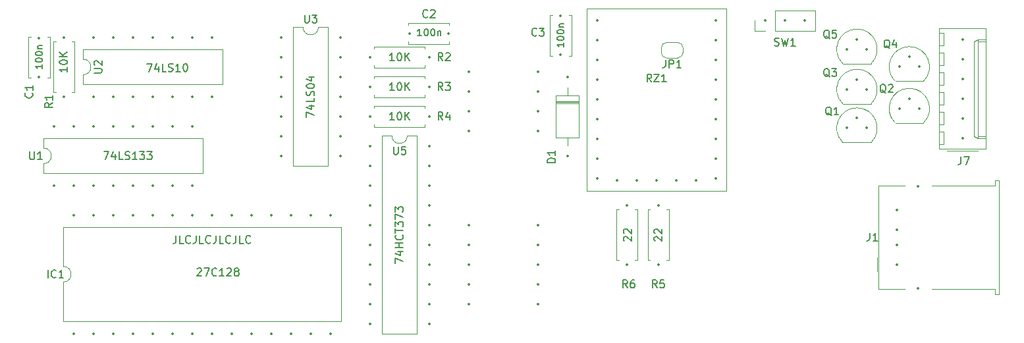
<source format=gto>
%TF.GenerationSoftware,KiCad,Pcbnew,8.0.3+1*%
%TF.CreationDate,2024-07-19T18:22:39+02:00*%
%TF.ProjectId,QL_mIce_Starmouse,514c5f6d-4963-4655-9f53-7461726d6f75,0*%
%TF.SameCoordinates,Original*%
%TF.FileFunction,Legend,Top*%
%TF.FilePolarity,Positive*%
%FSLAX46Y46*%
G04 Gerber Fmt 4.6, Leading zero omitted, Abs format (unit mm)*
G04 Created by KiCad (PCBNEW 8.0.3+1) date 2024-07-19 18:22:39*
%MOMM*%
%LPD*%
G01*
G04 APERTURE LIST*
%ADD10C,0.150000*%
%ADD11C,0.120000*%
%ADD12C,0.350000*%
G04 APERTURE END LIST*
D10*
X127460951Y-91529819D02*
X127460951Y-92244104D01*
X127460951Y-92244104D02*
X127413332Y-92386961D01*
X127413332Y-92386961D02*
X127318094Y-92482200D01*
X127318094Y-92482200D02*
X127175237Y-92529819D01*
X127175237Y-92529819D02*
X127079999Y-92529819D01*
X128413332Y-92529819D02*
X127937142Y-92529819D01*
X127937142Y-92529819D02*
X127937142Y-91529819D01*
X129318094Y-92434580D02*
X129270475Y-92482200D01*
X129270475Y-92482200D02*
X129127618Y-92529819D01*
X129127618Y-92529819D02*
X129032380Y-92529819D01*
X129032380Y-92529819D02*
X128889523Y-92482200D01*
X128889523Y-92482200D02*
X128794285Y-92386961D01*
X128794285Y-92386961D02*
X128746666Y-92291723D01*
X128746666Y-92291723D02*
X128699047Y-92101247D01*
X128699047Y-92101247D02*
X128699047Y-91958390D01*
X128699047Y-91958390D02*
X128746666Y-91767914D01*
X128746666Y-91767914D02*
X128794285Y-91672676D01*
X128794285Y-91672676D02*
X128889523Y-91577438D01*
X128889523Y-91577438D02*
X129032380Y-91529819D01*
X129032380Y-91529819D02*
X129127618Y-91529819D01*
X129127618Y-91529819D02*
X129270475Y-91577438D01*
X129270475Y-91577438D02*
X129318094Y-91625057D01*
X130032380Y-91529819D02*
X130032380Y-92244104D01*
X130032380Y-92244104D02*
X129984761Y-92386961D01*
X129984761Y-92386961D02*
X129889523Y-92482200D01*
X129889523Y-92482200D02*
X129746666Y-92529819D01*
X129746666Y-92529819D02*
X129651428Y-92529819D01*
X130984761Y-92529819D02*
X130508571Y-92529819D01*
X130508571Y-92529819D02*
X130508571Y-91529819D01*
X131889523Y-92434580D02*
X131841904Y-92482200D01*
X131841904Y-92482200D02*
X131699047Y-92529819D01*
X131699047Y-92529819D02*
X131603809Y-92529819D01*
X131603809Y-92529819D02*
X131460952Y-92482200D01*
X131460952Y-92482200D02*
X131365714Y-92386961D01*
X131365714Y-92386961D02*
X131318095Y-92291723D01*
X131318095Y-92291723D02*
X131270476Y-92101247D01*
X131270476Y-92101247D02*
X131270476Y-91958390D01*
X131270476Y-91958390D02*
X131318095Y-91767914D01*
X131318095Y-91767914D02*
X131365714Y-91672676D01*
X131365714Y-91672676D02*
X131460952Y-91577438D01*
X131460952Y-91577438D02*
X131603809Y-91529819D01*
X131603809Y-91529819D02*
X131699047Y-91529819D01*
X131699047Y-91529819D02*
X131841904Y-91577438D01*
X131841904Y-91577438D02*
X131889523Y-91625057D01*
X132603809Y-91529819D02*
X132603809Y-92244104D01*
X132603809Y-92244104D02*
X132556190Y-92386961D01*
X132556190Y-92386961D02*
X132460952Y-92482200D01*
X132460952Y-92482200D02*
X132318095Y-92529819D01*
X132318095Y-92529819D02*
X132222857Y-92529819D01*
X133556190Y-92529819D02*
X133080000Y-92529819D01*
X133080000Y-92529819D02*
X133080000Y-91529819D01*
X134460952Y-92434580D02*
X134413333Y-92482200D01*
X134413333Y-92482200D02*
X134270476Y-92529819D01*
X134270476Y-92529819D02*
X134175238Y-92529819D01*
X134175238Y-92529819D02*
X134032381Y-92482200D01*
X134032381Y-92482200D02*
X133937143Y-92386961D01*
X133937143Y-92386961D02*
X133889524Y-92291723D01*
X133889524Y-92291723D02*
X133841905Y-92101247D01*
X133841905Y-92101247D02*
X133841905Y-91958390D01*
X133841905Y-91958390D02*
X133889524Y-91767914D01*
X133889524Y-91767914D02*
X133937143Y-91672676D01*
X133937143Y-91672676D02*
X134032381Y-91577438D01*
X134032381Y-91577438D02*
X134175238Y-91529819D01*
X134175238Y-91529819D02*
X134270476Y-91529819D01*
X134270476Y-91529819D02*
X134413333Y-91577438D01*
X134413333Y-91577438D02*
X134460952Y-91625057D01*
X135175238Y-91529819D02*
X135175238Y-92244104D01*
X135175238Y-92244104D02*
X135127619Y-92386961D01*
X135127619Y-92386961D02*
X135032381Y-92482200D01*
X135032381Y-92482200D02*
X134889524Y-92529819D01*
X134889524Y-92529819D02*
X134794286Y-92529819D01*
X136127619Y-92529819D02*
X135651429Y-92529819D01*
X135651429Y-92529819D02*
X135651429Y-91529819D01*
X137032381Y-92434580D02*
X136984762Y-92482200D01*
X136984762Y-92482200D02*
X136841905Y-92529819D01*
X136841905Y-92529819D02*
X136746667Y-92529819D01*
X136746667Y-92529819D02*
X136603810Y-92482200D01*
X136603810Y-92482200D02*
X136508572Y-92386961D01*
X136508572Y-92386961D02*
X136460953Y-92291723D01*
X136460953Y-92291723D02*
X136413334Y-92101247D01*
X136413334Y-92101247D02*
X136413334Y-91958390D01*
X136413334Y-91958390D02*
X136460953Y-91767914D01*
X136460953Y-91767914D02*
X136508572Y-91672676D01*
X136508572Y-91672676D02*
X136603810Y-91577438D01*
X136603810Y-91577438D02*
X136746667Y-91529819D01*
X136746667Y-91529819D02*
X136841905Y-91529819D01*
X136841905Y-91529819D02*
X136984762Y-91577438D01*
X136984762Y-91577438D02*
X137032381Y-91625057D01*
X116929819Y-70611904D02*
X117739342Y-70611904D01*
X117739342Y-70611904D02*
X117834580Y-70564285D01*
X117834580Y-70564285D02*
X117882200Y-70516666D01*
X117882200Y-70516666D02*
X117929819Y-70421428D01*
X117929819Y-70421428D02*
X117929819Y-70230952D01*
X117929819Y-70230952D02*
X117882200Y-70135714D01*
X117882200Y-70135714D02*
X117834580Y-70088095D01*
X117834580Y-70088095D02*
X117739342Y-70040476D01*
X117739342Y-70040476D02*
X116929819Y-70040476D01*
X117025057Y-69611904D02*
X116977438Y-69564285D01*
X116977438Y-69564285D02*
X116929819Y-69469047D01*
X116929819Y-69469047D02*
X116929819Y-69230952D01*
X116929819Y-69230952D02*
X116977438Y-69135714D01*
X116977438Y-69135714D02*
X117025057Y-69088095D01*
X117025057Y-69088095D02*
X117120295Y-69040476D01*
X117120295Y-69040476D02*
X117215533Y-69040476D01*
X117215533Y-69040476D02*
X117358390Y-69088095D01*
X117358390Y-69088095D02*
X117929819Y-69659523D01*
X117929819Y-69659523D02*
X117929819Y-69040476D01*
X123722143Y-69431819D02*
X124388809Y-69431819D01*
X124388809Y-69431819D02*
X123960238Y-70431819D01*
X125198333Y-69765152D02*
X125198333Y-70431819D01*
X124960238Y-69384200D02*
X124722143Y-70098485D01*
X124722143Y-70098485D02*
X125341190Y-70098485D01*
X126198333Y-70431819D02*
X125722143Y-70431819D01*
X125722143Y-70431819D02*
X125722143Y-69431819D01*
X126484048Y-70384200D02*
X126626905Y-70431819D01*
X126626905Y-70431819D02*
X126865000Y-70431819D01*
X126865000Y-70431819D02*
X126960238Y-70384200D01*
X126960238Y-70384200D02*
X127007857Y-70336580D01*
X127007857Y-70336580D02*
X127055476Y-70241342D01*
X127055476Y-70241342D02*
X127055476Y-70146104D01*
X127055476Y-70146104D02*
X127007857Y-70050866D01*
X127007857Y-70050866D02*
X126960238Y-70003247D01*
X126960238Y-70003247D02*
X126865000Y-69955628D01*
X126865000Y-69955628D02*
X126674524Y-69908009D01*
X126674524Y-69908009D02*
X126579286Y-69860390D01*
X126579286Y-69860390D02*
X126531667Y-69812771D01*
X126531667Y-69812771D02*
X126484048Y-69717533D01*
X126484048Y-69717533D02*
X126484048Y-69622295D01*
X126484048Y-69622295D02*
X126531667Y-69527057D01*
X126531667Y-69527057D02*
X126579286Y-69479438D01*
X126579286Y-69479438D02*
X126674524Y-69431819D01*
X126674524Y-69431819D02*
X126912619Y-69431819D01*
X126912619Y-69431819D02*
X127055476Y-69479438D01*
X128007857Y-70431819D02*
X127436429Y-70431819D01*
X127722143Y-70431819D02*
X127722143Y-69431819D01*
X127722143Y-69431819D02*
X127626905Y-69574676D01*
X127626905Y-69574676D02*
X127531667Y-69669914D01*
X127531667Y-69669914D02*
X127436429Y-69717533D01*
X128626905Y-69431819D02*
X128722143Y-69431819D01*
X128722143Y-69431819D02*
X128817381Y-69479438D01*
X128817381Y-69479438D02*
X128865000Y-69527057D01*
X128865000Y-69527057D02*
X128912619Y-69622295D01*
X128912619Y-69622295D02*
X128960238Y-69812771D01*
X128960238Y-69812771D02*
X128960238Y-70050866D01*
X128960238Y-70050866D02*
X128912619Y-70241342D01*
X128912619Y-70241342D02*
X128865000Y-70336580D01*
X128865000Y-70336580D02*
X128817381Y-70384200D01*
X128817381Y-70384200D02*
X128722143Y-70431819D01*
X128722143Y-70431819D02*
X128626905Y-70431819D01*
X128626905Y-70431819D02*
X128531667Y-70384200D01*
X128531667Y-70384200D02*
X128484048Y-70336580D01*
X128484048Y-70336580D02*
X128436429Y-70241342D01*
X128436429Y-70241342D02*
X128388810Y-70050866D01*
X128388810Y-70050866D02*
X128388810Y-69812771D01*
X128388810Y-69812771D02*
X128436429Y-69622295D01*
X128436429Y-69622295D02*
X128484048Y-69527057D01*
X128484048Y-69527057D02*
X128531667Y-69479438D01*
X128531667Y-69479438D02*
X128626905Y-69431819D01*
X111579819Y-74461666D02*
X111103628Y-74794999D01*
X111579819Y-75033094D02*
X110579819Y-75033094D01*
X110579819Y-75033094D02*
X110579819Y-74652142D01*
X110579819Y-74652142D02*
X110627438Y-74556904D01*
X110627438Y-74556904D02*
X110675057Y-74509285D01*
X110675057Y-74509285D02*
X110770295Y-74461666D01*
X110770295Y-74461666D02*
X110913152Y-74461666D01*
X110913152Y-74461666D02*
X111008390Y-74509285D01*
X111008390Y-74509285D02*
X111056009Y-74556904D01*
X111056009Y-74556904D02*
X111103628Y-74652142D01*
X111103628Y-74652142D02*
X111103628Y-75033094D01*
X111579819Y-73509285D02*
X111579819Y-74080713D01*
X111579819Y-73794999D02*
X110579819Y-73794999D01*
X110579819Y-73794999D02*
X110722676Y-73890237D01*
X110722676Y-73890237D02*
X110817914Y-73985475D01*
X110817914Y-73985475D02*
X110865533Y-74080713D01*
X113484819Y-69905476D02*
X113484819Y-70476904D01*
X113484819Y-70191190D02*
X112484819Y-70191190D01*
X112484819Y-70191190D02*
X112627676Y-70286428D01*
X112627676Y-70286428D02*
X112722914Y-70381666D01*
X112722914Y-70381666D02*
X112770533Y-70476904D01*
X112484819Y-69286428D02*
X112484819Y-69191190D01*
X112484819Y-69191190D02*
X112532438Y-69095952D01*
X112532438Y-69095952D02*
X112580057Y-69048333D01*
X112580057Y-69048333D02*
X112675295Y-69000714D01*
X112675295Y-69000714D02*
X112865771Y-68953095D01*
X112865771Y-68953095D02*
X113103866Y-68953095D01*
X113103866Y-68953095D02*
X113294342Y-69000714D01*
X113294342Y-69000714D02*
X113389580Y-69048333D01*
X113389580Y-69048333D02*
X113437200Y-69095952D01*
X113437200Y-69095952D02*
X113484819Y-69191190D01*
X113484819Y-69191190D02*
X113484819Y-69286428D01*
X113484819Y-69286428D02*
X113437200Y-69381666D01*
X113437200Y-69381666D02*
X113389580Y-69429285D01*
X113389580Y-69429285D02*
X113294342Y-69476904D01*
X113294342Y-69476904D02*
X113103866Y-69524523D01*
X113103866Y-69524523D02*
X112865771Y-69524523D01*
X112865771Y-69524523D02*
X112675295Y-69476904D01*
X112675295Y-69476904D02*
X112580057Y-69429285D01*
X112580057Y-69429285D02*
X112532438Y-69381666D01*
X112532438Y-69381666D02*
X112484819Y-69286428D01*
X113484819Y-68524523D02*
X112484819Y-68524523D01*
X113484819Y-67953095D02*
X112913390Y-68381666D01*
X112484819Y-67953095D02*
X113056247Y-68524523D01*
X173823333Y-65764580D02*
X173775714Y-65812200D01*
X173775714Y-65812200D02*
X173632857Y-65859819D01*
X173632857Y-65859819D02*
X173537619Y-65859819D01*
X173537619Y-65859819D02*
X173394762Y-65812200D01*
X173394762Y-65812200D02*
X173299524Y-65716961D01*
X173299524Y-65716961D02*
X173251905Y-65621723D01*
X173251905Y-65621723D02*
X173204286Y-65431247D01*
X173204286Y-65431247D02*
X173204286Y-65288390D01*
X173204286Y-65288390D02*
X173251905Y-65097914D01*
X173251905Y-65097914D02*
X173299524Y-65002676D01*
X173299524Y-65002676D02*
X173394762Y-64907438D01*
X173394762Y-64907438D02*
X173537619Y-64859819D01*
X173537619Y-64859819D02*
X173632857Y-64859819D01*
X173632857Y-64859819D02*
X173775714Y-64907438D01*
X173775714Y-64907438D02*
X173823333Y-64955057D01*
X174156667Y-64859819D02*
X174775714Y-64859819D01*
X174775714Y-64859819D02*
X174442381Y-65240771D01*
X174442381Y-65240771D02*
X174585238Y-65240771D01*
X174585238Y-65240771D02*
X174680476Y-65288390D01*
X174680476Y-65288390D02*
X174728095Y-65336009D01*
X174728095Y-65336009D02*
X174775714Y-65431247D01*
X174775714Y-65431247D02*
X174775714Y-65669342D01*
X174775714Y-65669342D02*
X174728095Y-65764580D01*
X174728095Y-65764580D02*
X174680476Y-65812200D01*
X174680476Y-65812200D02*
X174585238Y-65859819D01*
X174585238Y-65859819D02*
X174299524Y-65859819D01*
X174299524Y-65859819D02*
X174204286Y-65812200D01*
X174204286Y-65812200D02*
X174156667Y-65764580D01*
X177314469Y-66780833D02*
X177314469Y-67288833D01*
X177314469Y-67034833D02*
X176425469Y-67034833D01*
X176425469Y-67034833D02*
X176552469Y-67119500D01*
X176552469Y-67119500D02*
X176637136Y-67204167D01*
X176637136Y-67204167D02*
X176679469Y-67288833D01*
X176425469Y-66230500D02*
X176425469Y-66145833D01*
X176425469Y-66145833D02*
X176467802Y-66061166D01*
X176467802Y-66061166D02*
X176510136Y-66018833D01*
X176510136Y-66018833D02*
X176594802Y-65976500D01*
X176594802Y-65976500D02*
X176764136Y-65934166D01*
X176764136Y-65934166D02*
X176975802Y-65934166D01*
X176975802Y-65934166D02*
X177145136Y-65976500D01*
X177145136Y-65976500D02*
X177229802Y-66018833D01*
X177229802Y-66018833D02*
X177272136Y-66061166D01*
X177272136Y-66061166D02*
X177314469Y-66145833D01*
X177314469Y-66145833D02*
X177314469Y-66230500D01*
X177314469Y-66230500D02*
X177272136Y-66315166D01*
X177272136Y-66315166D02*
X177229802Y-66357500D01*
X177229802Y-66357500D02*
X177145136Y-66399833D01*
X177145136Y-66399833D02*
X176975802Y-66442166D01*
X176975802Y-66442166D02*
X176764136Y-66442166D01*
X176764136Y-66442166D02*
X176594802Y-66399833D01*
X176594802Y-66399833D02*
X176510136Y-66357500D01*
X176510136Y-66357500D02*
X176467802Y-66315166D01*
X176467802Y-66315166D02*
X176425469Y-66230500D01*
X176425469Y-65383833D02*
X176425469Y-65299166D01*
X176425469Y-65299166D02*
X176467802Y-65214499D01*
X176467802Y-65214499D02*
X176510136Y-65172166D01*
X176510136Y-65172166D02*
X176594802Y-65129833D01*
X176594802Y-65129833D02*
X176764136Y-65087499D01*
X176764136Y-65087499D02*
X176975802Y-65087499D01*
X176975802Y-65087499D02*
X177145136Y-65129833D01*
X177145136Y-65129833D02*
X177229802Y-65172166D01*
X177229802Y-65172166D02*
X177272136Y-65214499D01*
X177272136Y-65214499D02*
X177314469Y-65299166D01*
X177314469Y-65299166D02*
X177314469Y-65383833D01*
X177314469Y-65383833D02*
X177272136Y-65468499D01*
X177272136Y-65468499D02*
X177229802Y-65510833D01*
X177229802Y-65510833D02*
X177145136Y-65553166D01*
X177145136Y-65553166D02*
X176975802Y-65595499D01*
X176975802Y-65595499D02*
X176764136Y-65595499D01*
X176764136Y-65595499D02*
X176594802Y-65553166D01*
X176594802Y-65553166D02*
X176510136Y-65510833D01*
X176510136Y-65510833D02*
X176467802Y-65468499D01*
X176467802Y-65468499D02*
X176425469Y-65383833D01*
X176721802Y-64706499D02*
X177314469Y-64706499D01*
X176806469Y-64706499D02*
X176764136Y-64664166D01*
X176764136Y-64664166D02*
X176721802Y-64579499D01*
X176721802Y-64579499D02*
X176721802Y-64452499D01*
X176721802Y-64452499D02*
X176764136Y-64367832D01*
X176764136Y-64367832D02*
X176848802Y-64325499D01*
X176848802Y-64325499D02*
X177314469Y-64325499D01*
X188587142Y-71764819D02*
X188253809Y-71288628D01*
X188015714Y-71764819D02*
X188015714Y-70764819D01*
X188015714Y-70764819D02*
X188396666Y-70764819D01*
X188396666Y-70764819D02*
X188491904Y-70812438D01*
X188491904Y-70812438D02*
X188539523Y-70860057D01*
X188539523Y-70860057D02*
X188587142Y-70955295D01*
X188587142Y-70955295D02*
X188587142Y-71098152D01*
X188587142Y-71098152D02*
X188539523Y-71193390D01*
X188539523Y-71193390D02*
X188491904Y-71241009D01*
X188491904Y-71241009D02*
X188396666Y-71288628D01*
X188396666Y-71288628D02*
X188015714Y-71288628D01*
X188920476Y-70764819D02*
X189587142Y-70764819D01*
X189587142Y-70764819D02*
X188920476Y-71764819D01*
X188920476Y-71764819D02*
X189587142Y-71764819D01*
X190491904Y-71764819D02*
X189920476Y-71764819D01*
X190206190Y-71764819D02*
X190206190Y-70764819D01*
X190206190Y-70764819D02*
X190110952Y-70907676D01*
X190110952Y-70907676D02*
X190015714Y-71002914D01*
X190015714Y-71002914D02*
X189920476Y-71050533D01*
X108944580Y-73191666D02*
X108992200Y-73239285D01*
X108992200Y-73239285D02*
X109039819Y-73382142D01*
X109039819Y-73382142D02*
X109039819Y-73477380D01*
X109039819Y-73477380D02*
X108992200Y-73620237D01*
X108992200Y-73620237D02*
X108896961Y-73715475D01*
X108896961Y-73715475D02*
X108801723Y-73763094D01*
X108801723Y-73763094D02*
X108611247Y-73810713D01*
X108611247Y-73810713D02*
X108468390Y-73810713D01*
X108468390Y-73810713D02*
X108277914Y-73763094D01*
X108277914Y-73763094D02*
X108182676Y-73715475D01*
X108182676Y-73715475D02*
X108087438Y-73620237D01*
X108087438Y-73620237D02*
X108039819Y-73477380D01*
X108039819Y-73477380D02*
X108039819Y-73382142D01*
X108039819Y-73382142D02*
X108087438Y-73239285D01*
X108087438Y-73239285D02*
X108135057Y-73191666D01*
X109039819Y-72239285D02*
X109039819Y-72810713D01*
X109039819Y-72524999D02*
X108039819Y-72524999D01*
X108039819Y-72524999D02*
X108182676Y-72620237D01*
X108182676Y-72620237D02*
X108277914Y-72715475D01*
X108277914Y-72715475D02*
X108325533Y-72810713D01*
X110258469Y-69574833D02*
X110258469Y-70082833D01*
X110258469Y-69828833D02*
X109369469Y-69828833D01*
X109369469Y-69828833D02*
X109496469Y-69913500D01*
X109496469Y-69913500D02*
X109581136Y-69998167D01*
X109581136Y-69998167D02*
X109623469Y-70082833D01*
X109369469Y-69024500D02*
X109369469Y-68939833D01*
X109369469Y-68939833D02*
X109411802Y-68855166D01*
X109411802Y-68855166D02*
X109454136Y-68812833D01*
X109454136Y-68812833D02*
X109538802Y-68770500D01*
X109538802Y-68770500D02*
X109708136Y-68728166D01*
X109708136Y-68728166D02*
X109919802Y-68728166D01*
X109919802Y-68728166D02*
X110089136Y-68770500D01*
X110089136Y-68770500D02*
X110173802Y-68812833D01*
X110173802Y-68812833D02*
X110216136Y-68855166D01*
X110216136Y-68855166D02*
X110258469Y-68939833D01*
X110258469Y-68939833D02*
X110258469Y-69024500D01*
X110258469Y-69024500D02*
X110216136Y-69109166D01*
X110216136Y-69109166D02*
X110173802Y-69151500D01*
X110173802Y-69151500D02*
X110089136Y-69193833D01*
X110089136Y-69193833D02*
X109919802Y-69236166D01*
X109919802Y-69236166D02*
X109708136Y-69236166D01*
X109708136Y-69236166D02*
X109538802Y-69193833D01*
X109538802Y-69193833D02*
X109454136Y-69151500D01*
X109454136Y-69151500D02*
X109411802Y-69109166D01*
X109411802Y-69109166D02*
X109369469Y-69024500D01*
X109369469Y-68177833D02*
X109369469Y-68093166D01*
X109369469Y-68093166D02*
X109411802Y-68008499D01*
X109411802Y-68008499D02*
X109454136Y-67966166D01*
X109454136Y-67966166D02*
X109538802Y-67923833D01*
X109538802Y-67923833D02*
X109708136Y-67881499D01*
X109708136Y-67881499D02*
X109919802Y-67881499D01*
X109919802Y-67881499D02*
X110089136Y-67923833D01*
X110089136Y-67923833D02*
X110173802Y-67966166D01*
X110173802Y-67966166D02*
X110216136Y-68008499D01*
X110216136Y-68008499D02*
X110258469Y-68093166D01*
X110258469Y-68093166D02*
X110258469Y-68177833D01*
X110258469Y-68177833D02*
X110216136Y-68262499D01*
X110216136Y-68262499D02*
X110173802Y-68304833D01*
X110173802Y-68304833D02*
X110089136Y-68347166D01*
X110089136Y-68347166D02*
X109919802Y-68389499D01*
X109919802Y-68389499D02*
X109708136Y-68389499D01*
X109708136Y-68389499D02*
X109538802Y-68347166D01*
X109538802Y-68347166D02*
X109454136Y-68304833D01*
X109454136Y-68304833D02*
X109411802Y-68262499D01*
X109411802Y-68262499D02*
X109369469Y-68177833D01*
X109665802Y-67500499D02*
X110258469Y-67500499D01*
X109750469Y-67500499D02*
X109708136Y-67458166D01*
X109708136Y-67458166D02*
X109665802Y-67373499D01*
X109665802Y-67373499D02*
X109665802Y-67246499D01*
X109665802Y-67246499D02*
X109708136Y-67161832D01*
X109708136Y-67161832D02*
X109792802Y-67119499D01*
X109792802Y-67119499D02*
X110258469Y-67119499D01*
X216651666Y-91204819D02*
X216651666Y-91919104D01*
X216651666Y-91919104D02*
X216604047Y-92061961D01*
X216604047Y-92061961D02*
X216508809Y-92157200D01*
X216508809Y-92157200D02*
X216365952Y-92204819D01*
X216365952Y-92204819D02*
X216270714Y-92204819D01*
X217651666Y-92204819D02*
X217080238Y-92204819D01*
X217365952Y-92204819D02*
X217365952Y-91204819D01*
X217365952Y-91204819D02*
X217270714Y-91347676D01*
X217270714Y-91347676D02*
X217175476Y-91442914D01*
X217175476Y-91442914D02*
X217080238Y-91490533D01*
X228393666Y-81369819D02*
X228393666Y-82084104D01*
X228393666Y-82084104D02*
X228346047Y-82226961D01*
X228346047Y-82226961D02*
X228250809Y-82322200D01*
X228250809Y-82322200D02*
X228107952Y-82369819D01*
X228107952Y-82369819D02*
X228012714Y-82369819D01*
X228774619Y-81369819D02*
X229441285Y-81369819D01*
X229441285Y-81369819D02*
X229012714Y-82369819D01*
X218725761Y-73194057D02*
X218630523Y-73146438D01*
X218630523Y-73146438D02*
X218535285Y-73051200D01*
X218535285Y-73051200D02*
X218392428Y-72908342D01*
X218392428Y-72908342D02*
X218297190Y-72860723D01*
X218297190Y-72860723D02*
X218201952Y-72860723D01*
X218249571Y-73098819D02*
X218154333Y-73051200D01*
X218154333Y-73051200D02*
X218059095Y-72955961D01*
X218059095Y-72955961D02*
X218011476Y-72765485D01*
X218011476Y-72765485D02*
X218011476Y-72432152D01*
X218011476Y-72432152D02*
X218059095Y-72241676D01*
X218059095Y-72241676D02*
X218154333Y-72146438D01*
X218154333Y-72146438D02*
X218249571Y-72098819D01*
X218249571Y-72098819D02*
X218440047Y-72098819D01*
X218440047Y-72098819D02*
X218535285Y-72146438D01*
X218535285Y-72146438D02*
X218630523Y-72241676D01*
X218630523Y-72241676D02*
X218678142Y-72432152D01*
X218678142Y-72432152D02*
X218678142Y-72765485D01*
X218678142Y-72765485D02*
X218630523Y-72955961D01*
X218630523Y-72955961D02*
X218535285Y-73051200D01*
X218535285Y-73051200D02*
X218440047Y-73098819D01*
X218440047Y-73098819D02*
X218249571Y-73098819D01*
X219059095Y-72194057D02*
X219106714Y-72146438D01*
X219106714Y-72146438D02*
X219201952Y-72098819D01*
X219201952Y-72098819D02*
X219440047Y-72098819D01*
X219440047Y-72098819D02*
X219535285Y-72146438D01*
X219535285Y-72146438D02*
X219582904Y-72194057D01*
X219582904Y-72194057D02*
X219630523Y-72289295D01*
X219630523Y-72289295D02*
X219630523Y-72384533D01*
X219630523Y-72384533D02*
X219582904Y-72527390D01*
X219582904Y-72527390D02*
X219011476Y-73098819D01*
X219011476Y-73098819D02*
X219630523Y-73098819D01*
X155448095Y-80099819D02*
X155448095Y-80909342D01*
X155448095Y-80909342D02*
X155495714Y-81004580D01*
X155495714Y-81004580D02*
X155543333Y-81052200D01*
X155543333Y-81052200D02*
X155638571Y-81099819D01*
X155638571Y-81099819D02*
X155829047Y-81099819D01*
X155829047Y-81099819D02*
X155924285Y-81052200D01*
X155924285Y-81052200D02*
X155971904Y-81004580D01*
X155971904Y-81004580D02*
X156019523Y-80909342D01*
X156019523Y-80909342D02*
X156019523Y-80099819D01*
X156971904Y-80099819D02*
X156495714Y-80099819D01*
X156495714Y-80099819D02*
X156448095Y-80576009D01*
X156448095Y-80576009D02*
X156495714Y-80528390D01*
X156495714Y-80528390D02*
X156590952Y-80480771D01*
X156590952Y-80480771D02*
X156829047Y-80480771D01*
X156829047Y-80480771D02*
X156924285Y-80528390D01*
X156924285Y-80528390D02*
X156971904Y-80576009D01*
X156971904Y-80576009D02*
X157019523Y-80671247D01*
X157019523Y-80671247D02*
X157019523Y-80909342D01*
X157019523Y-80909342D02*
X156971904Y-81004580D01*
X156971904Y-81004580D02*
X156924285Y-81052200D01*
X156924285Y-81052200D02*
X156829047Y-81099819D01*
X156829047Y-81099819D02*
X156590952Y-81099819D01*
X156590952Y-81099819D02*
X156495714Y-81052200D01*
X156495714Y-81052200D02*
X156448095Y-81004580D01*
X155664819Y-95082856D02*
X155664819Y-94416190D01*
X155664819Y-94416190D02*
X156664819Y-94844761D01*
X155998152Y-93606666D02*
X156664819Y-93606666D01*
X155617200Y-93844761D02*
X156331485Y-94082856D01*
X156331485Y-94082856D02*
X156331485Y-93463809D01*
X156664819Y-93082856D02*
X155664819Y-93082856D01*
X156141009Y-93082856D02*
X156141009Y-92511428D01*
X156664819Y-92511428D02*
X155664819Y-92511428D01*
X156569580Y-91463809D02*
X156617200Y-91511428D01*
X156617200Y-91511428D02*
X156664819Y-91654285D01*
X156664819Y-91654285D02*
X156664819Y-91749523D01*
X156664819Y-91749523D02*
X156617200Y-91892380D01*
X156617200Y-91892380D02*
X156521961Y-91987618D01*
X156521961Y-91987618D02*
X156426723Y-92035237D01*
X156426723Y-92035237D02*
X156236247Y-92082856D01*
X156236247Y-92082856D02*
X156093390Y-92082856D01*
X156093390Y-92082856D02*
X155902914Y-92035237D01*
X155902914Y-92035237D02*
X155807676Y-91987618D01*
X155807676Y-91987618D02*
X155712438Y-91892380D01*
X155712438Y-91892380D02*
X155664819Y-91749523D01*
X155664819Y-91749523D02*
X155664819Y-91654285D01*
X155664819Y-91654285D02*
X155712438Y-91511428D01*
X155712438Y-91511428D02*
X155760057Y-91463809D01*
X155664819Y-91178094D02*
X155664819Y-90606666D01*
X156664819Y-90892380D02*
X155664819Y-90892380D01*
X155664819Y-90368570D02*
X155664819Y-89749523D01*
X155664819Y-89749523D02*
X156045771Y-90082856D01*
X156045771Y-90082856D02*
X156045771Y-89939999D01*
X156045771Y-89939999D02*
X156093390Y-89844761D01*
X156093390Y-89844761D02*
X156141009Y-89797142D01*
X156141009Y-89797142D02*
X156236247Y-89749523D01*
X156236247Y-89749523D02*
X156474342Y-89749523D01*
X156474342Y-89749523D02*
X156569580Y-89797142D01*
X156569580Y-89797142D02*
X156617200Y-89844761D01*
X156617200Y-89844761D02*
X156664819Y-89939999D01*
X156664819Y-89939999D02*
X156664819Y-90225713D01*
X156664819Y-90225713D02*
X156617200Y-90320951D01*
X156617200Y-90320951D02*
X156569580Y-90368570D01*
X155664819Y-89416189D02*
X155664819Y-88749523D01*
X155664819Y-88749523D02*
X156664819Y-89178094D01*
X155664819Y-88463808D02*
X155664819Y-87844761D01*
X155664819Y-87844761D02*
X156045771Y-88178094D01*
X156045771Y-88178094D02*
X156045771Y-88035237D01*
X156045771Y-88035237D02*
X156093390Y-87939999D01*
X156093390Y-87939999D02*
X156141009Y-87892380D01*
X156141009Y-87892380D02*
X156236247Y-87844761D01*
X156236247Y-87844761D02*
X156474342Y-87844761D01*
X156474342Y-87844761D02*
X156569580Y-87892380D01*
X156569580Y-87892380D02*
X156617200Y-87939999D01*
X156617200Y-87939999D02*
X156664819Y-88035237D01*
X156664819Y-88035237D02*
X156664819Y-88320951D01*
X156664819Y-88320951D02*
X156617200Y-88416189D01*
X156617200Y-88416189D02*
X156569580Y-88463808D01*
X219233761Y-67458057D02*
X219138523Y-67410438D01*
X219138523Y-67410438D02*
X219043285Y-67315200D01*
X219043285Y-67315200D02*
X218900428Y-67172342D01*
X218900428Y-67172342D02*
X218805190Y-67124723D01*
X218805190Y-67124723D02*
X218709952Y-67124723D01*
X218757571Y-67362819D02*
X218662333Y-67315200D01*
X218662333Y-67315200D02*
X218567095Y-67219961D01*
X218567095Y-67219961D02*
X218519476Y-67029485D01*
X218519476Y-67029485D02*
X218519476Y-66696152D01*
X218519476Y-66696152D02*
X218567095Y-66505676D01*
X218567095Y-66505676D02*
X218662333Y-66410438D01*
X218662333Y-66410438D02*
X218757571Y-66362819D01*
X218757571Y-66362819D02*
X218948047Y-66362819D01*
X218948047Y-66362819D02*
X219043285Y-66410438D01*
X219043285Y-66410438D02*
X219138523Y-66505676D01*
X219138523Y-66505676D02*
X219186142Y-66696152D01*
X219186142Y-66696152D02*
X219186142Y-67029485D01*
X219186142Y-67029485D02*
X219138523Y-67219961D01*
X219138523Y-67219961D02*
X219043285Y-67315200D01*
X219043285Y-67315200D02*
X218948047Y-67362819D01*
X218948047Y-67362819D02*
X218757571Y-67362819D01*
X220043285Y-66696152D02*
X220043285Y-67362819D01*
X219805190Y-66315200D02*
X219567095Y-67029485D01*
X219567095Y-67029485D02*
X220186142Y-67029485D01*
X211486761Y-66209057D02*
X211391523Y-66161438D01*
X211391523Y-66161438D02*
X211296285Y-66066200D01*
X211296285Y-66066200D02*
X211153428Y-65923342D01*
X211153428Y-65923342D02*
X211058190Y-65875723D01*
X211058190Y-65875723D02*
X210962952Y-65875723D01*
X211010571Y-66113819D02*
X210915333Y-66066200D01*
X210915333Y-66066200D02*
X210820095Y-65970961D01*
X210820095Y-65970961D02*
X210772476Y-65780485D01*
X210772476Y-65780485D02*
X210772476Y-65447152D01*
X210772476Y-65447152D02*
X210820095Y-65256676D01*
X210820095Y-65256676D02*
X210915333Y-65161438D01*
X210915333Y-65161438D02*
X211010571Y-65113819D01*
X211010571Y-65113819D02*
X211201047Y-65113819D01*
X211201047Y-65113819D02*
X211296285Y-65161438D01*
X211296285Y-65161438D02*
X211391523Y-65256676D01*
X211391523Y-65256676D02*
X211439142Y-65447152D01*
X211439142Y-65447152D02*
X211439142Y-65780485D01*
X211439142Y-65780485D02*
X211391523Y-65970961D01*
X211391523Y-65970961D02*
X211296285Y-66066200D01*
X211296285Y-66066200D02*
X211201047Y-66113819D01*
X211201047Y-66113819D02*
X211010571Y-66113819D01*
X212343904Y-65113819D02*
X211867714Y-65113819D01*
X211867714Y-65113819D02*
X211820095Y-65590009D01*
X211820095Y-65590009D02*
X211867714Y-65542390D01*
X211867714Y-65542390D02*
X211962952Y-65494771D01*
X211962952Y-65494771D02*
X212201047Y-65494771D01*
X212201047Y-65494771D02*
X212296285Y-65542390D01*
X212296285Y-65542390D02*
X212343904Y-65590009D01*
X212343904Y-65590009D02*
X212391523Y-65685247D01*
X212391523Y-65685247D02*
X212391523Y-65923342D01*
X212391523Y-65923342D02*
X212343904Y-66018580D01*
X212343904Y-66018580D02*
X212296285Y-66066200D01*
X212296285Y-66066200D02*
X212201047Y-66113819D01*
X212201047Y-66113819D02*
X211962952Y-66113819D01*
X211962952Y-66113819D02*
X211867714Y-66066200D01*
X211867714Y-66066200D02*
X211820095Y-66018580D01*
X204406667Y-67082200D02*
X204549524Y-67129819D01*
X204549524Y-67129819D02*
X204787619Y-67129819D01*
X204787619Y-67129819D02*
X204882857Y-67082200D01*
X204882857Y-67082200D02*
X204930476Y-67034580D01*
X204930476Y-67034580D02*
X204978095Y-66939342D01*
X204978095Y-66939342D02*
X204978095Y-66844104D01*
X204978095Y-66844104D02*
X204930476Y-66748866D01*
X204930476Y-66748866D02*
X204882857Y-66701247D01*
X204882857Y-66701247D02*
X204787619Y-66653628D01*
X204787619Y-66653628D02*
X204597143Y-66606009D01*
X204597143Y-66606009D02*
X204501905Y-66558390D01*
X204501905Y-66558390D02*
X204454286Y-66510771D01*
X204454286Y-66510771D02*
X204406667Y-66415533D01*
X204406667Y-66415533D02*
X204406667Y-66320295D01*
X204406667Y-66320295D02*
X204454286Y-66225057D01*
X204454286Y-66225057D02*
X204501905Y-66177438D01*
X204501905Y-66177438D02*
X204597143Y-66129819D01*
X204597143Y-66129819D02*
X204835238Y-66129819D01*
X204835238Y-66129819D02*
X204978095Y-66177438D01*
X205311429Y-66129819D02*
X205549524Y-67129819D01*
X205549524Y-67129819D02*
X205740000Y-66415533D01*
X205740000Y-66415533D02*
X205930476Y-67129819D01*
X205930476Y-67129819D02*
X206168572Y-66129819D01*
X207073333Y-67129819D02*
X206501905Y-67129819D01*
X206787619Y-67129819D02*
X206787619Y-66129819D01*
X206787619Y-66129819D02*
X206692381Y-66272676D01*
X206692381Y-66272676D02*
X206597143Y-66367914D01*
X206597143Y-66367914D02*
X206501905Y-66415533D01*
X189303333Y-98244819D02*
X188970000Y-97768628D01*
X188731905Y-98244819D02*
X188731905Y-97244819D01*
X188731905Y-97244819D02*
X189112857Y-97244819D01*
X189112857Y-97244819D02*
X189208095Y-97292438D01*
X189208095Y-97292438D02*
X189255714Y-97340057D01*
X189255714Y-97340057D02*
X189303333Y-97435295D01*
X189303333Y-97435295D02*
X189303333Y-97578152D01*
X189303333Y-97578152D02*
X189255714Y-97673390D01*
X189255714Y-97673390D02*
X189208095Y-97721009D01*
X189208095Y-97721009D02*
X189112857Y-97768628D01*
X189112857Y-97768628D02*
X188731905Y-97768628D01*
X190208095Y-97244819D02*
X189731905Y-97244819D01*
X189731905Y-97244819D02*
X189684286Y-97721009D01*
X189684286Y-97721009D02*
X189731905Y-97673390D01*
X189731905Y-97673390D02*
X189827143Y-97625771D01*
X189827143Y-97625771D02*
X190065238Y-97625771D01*
X190065238Y-97625771D02*
X190160476Y-97673390D01*
X190160476Y-97673390D02*
X190208095Y-97721009D01*
X190208095Y-97721009D02*
X190255714Y-97816247D01*
X190255714Y-97816247D02*
X190255714Y-98054342D01*
X190255714Y-98054342D02*
X190208095Y-98149580D01*
X190208095Y-98149580D02*
X190160476Y-98197200D01*
X190160476Y-98197200D02*
X190065238Y-98244819D01*
X190065238Y-98244819D02*
X189827143Y-98244819D01*
X189827143Y-98244819D02*
X189731905Y-98197200D01*
X189731905Y-98197200D02*
X189684286Y-98149580D01*
X189034057Y-92201904D02*
X188986438Y-92154285D01*
X188986438Y-92154285D02*
X188938819Y-92059047D01*
X188938819Y-92059047D02*
X188938819Y-91820952D01*
X188938819Y-91820952D02*
X188986438Y-91725714D01*
X188986438Y-91725714D02*
X189034057Y-91678095D01*
X189034057Y-91678095D02*
X189129295Y-91630476D01*
X189129295Y-91630476D02*
X189224533Y-91630476D01*
X189224533Y-91630476D02*
X189367390Y-91678095D01*
X189367390Y-91678095D02*
X189938819Y-92249523D01*
X189938819Y-92249523D02*
X189938819Y-91630476D01*
X189034057Y-91249523D02*
X188986438Y-91201904D01*
X188986438Y-91201904D02*
X188938819Y-91106666D01*
X188938819Y-91106666D02*
X188938819Y-90868571D01*
X188938819Y-90868571D02*
X188986438Y-90773333D01*
X188986438Y-90773333D02*
X189034057Y-90725714D01*
X189034057Y-90725714D02*
X189129295Y-90678095D01*
X189129295Y-90678095D02*
X189224533Y-90678095D01*
X189224533Y-90678095D02*
X189367390Y-90725714D01*
X189367390Y-90725714D02*
X189938819Y-91297142D01*
X189938819Y-91297142D02*
X189938819Y-90678095D01*
X190413666Y-68945819D02*
X190413666Y-69660104D01*
X190413666Y-69660104D02*
X190366047Y-69802961D01*
X190366047Y-69802961D02*
X190270809Y-69898200D01*
X190270809Y-69898200D02*
X190127952Y-69945819D01*
X190127952Y-69945819D02*
X190032714Y-69945819D01*
X190889857Y-69945819D02*
X190889857Y-68945819D01*
X190889857Y-68945819D02*
X191270809Y-68945819D01*
X191270809Y-68945819D02*
X191366047Y-68993438D01*
X191366047Y-68993438D02*
X191413666Y-69041057D01*
X191413666Y-69041057D02*
X191461285Y-69136295D01*
X191461285Y-69136295D02*
X191461285Y-69279152D01*
X191461285Y-69279152D02*
X191413666Y-69374390D01*
X191413666Y-69374390D02*
X191366047Y-69422009D01*
X191366047Y-69422009D02*
X191270809Y-69469628D01*
X191270809Y-69469628D02*
X190889857Y-69469628D01*
X192413666Y-69945819D02*
X191842238Y-69945819D01*
X192127952Y-69945819D02*
X192127952Y-68945819D01*
X192127952Y-68945819D02*
X192032714Y-69088676D01*
X192032714Y-69088676D02*
X191937476Y-69183914D01*
X191937476Y-69183914D02*
X191842238Y-69231533D01*
X211740761Y-76094057D02*
X211645523Y-76046438D01*
X211645523Y-76046438D02*
X211550285Y-75951200D01*
X211550285Y-75951200D02*
X211407428Y-75808342D01*
X211407428Y-75808342D02*
X211312190Y-75760723D01*
X211312190Y-75760723D02*
X211216952Y-75760723D01*
X211264571Y-75998819D02*
X211169333Y-75951200D01*
X211169333Y-75951200D02*
X211074095Y-75855961D01*
X211074095Y-75855961D02*
X211026476Y-75665485D01*
X211026476Y-75665485D02*
X211026476Y-75332152D01*
X211026476Y-75332152D02*
X211074095Y-75141676D01*
X211074095Y-75141676D02*
X211169333Y-75046438D01*
X211169333Y-75046438D02*
X211264571Y-74998819D01*
X211264571Y-74998819D02*
X211455047Y-74998819D01*
X211455047Y-74998819D02*
X211550285Y-75046438D01*
X211550285Y-75046438D02*
X211645523Y-75141676D01*
X211645523Y-75141676D02*
X211693142Y-75332152D01*
X211693142Y-75332152D02*
X211693142Y-75665485D01*
X211693142Y-75665485D02*
X211645523Y-75855961D01*
X211645523Y-75855961D02*
X211550285Y-75951200D01*
X211550285Y-75951200D02*
X211455047Y-75998819D01*
X211455047Y-75998819D02*
X211264571Y-75998819D01*
X212645523Y-75998819D02*
X212074095Y-75998819D01*
X212359809Y-75998819D02*
X212359809Y-74998819D01*
X212359809Y-74998819D02*
X212264571Y-75141676D01*
X212264571Y-75141676D02*
X212169333Y-75236914D01*
X212169333Y-75236914D02*
X212074095Y-75284533D01*
X108668095Y-80734819D02*
X108668095Y-81544342D01*
X108668095Y-81544342D02*
X108715714Y-81639580D01*
X108715714Y-81639580D02*
X108763333Y-81687200D01*
X108763333Y-81687200D02*
X108858571Y-81734819D01*
X108858571Y-81734819D02*
X109049047Y-81734819D01*
X109049047Y-81734819D02*
X109144285Y-81687200D01*
X109144285Y-81687200D02*
X109191904Y-81639580D01*
X109191904Y-81639580D02*
X109239523Y-81544342D01*
X109239523Y-81544342D02*
X109239523Y-80734819D01*
X110239523Y-81734819D02*
X109668095Y-81734819D01*
X109953809Y-81734819D02*
X109953809Y-80734819D01*
X109953809Y-80734819D02*
X109858571Y-80877676D01*
X109858571Y-80877676D02*
X109763333Y-80972914D01*
X109763333Y-80972914D02*
X109668095Y-81020533D01*
X118165952Y-80734819D02*
X118832618Y-80734819D01*
X118832618Y-80734819D02*
X118404047Y-81734819D01*
X119642142Y-81068152D02*
X119642142Y-81734819D01*
X119404047Y-80687200D02*
X119165952Y-81401485D01*
X119165952Y-81401485D02*
X119784999Y-81401485D01*
X120642142Y-81734819D02*
X120165952Y-81734819D01*
X120165952Y-81734819D02*
X120165952Y-80734819D01*
X120927857Y-81687200D02*
X121070714Y-81734819D01*
X121070714Y-81734819D02*
X121308809Y-81734819D01*
X121308809Y-81734819D02*
X121404047Y-81687200D01*
X121404047Y-81687200D02*
X121451666Y-81639580D01*
X121451666Y-81639580D02*
X121499285Y-81544342D01*
X121499285Y-81544342D02*
X121499285Y-81449104D01*
X121499285Y-81449104D02*
X121451666Y-81353866D01*
X121451666Y-81353866D02*
X121404047Y-81306247D01*
X121404047Y-81306247D02*
X121308809Y-81258628D01*
X121308809Y-81258628D02*
X121118333Y-81211009D01*
X121118333Y-81211009D02*
X121023095Y-81163390D01*
X121023095Y-81163390D02*
X120975476Y-81115771D01*
X120975476Y-81115771D02*
X120927857Y-81020533D01*
X120927857Y-81020533D02*
X120927857Y-80925295D01*
X120927857Y-80925295D02*
X120975476Y-80830057D01*
X120975476Y-80830057D02*
X121023095Y-80782438D01*
X121023095Y-80782438D02*
X121118333Y-80734819D01*
X121118333Y-80734819D02*
X121356428Y-80734819D01*
X121356428Y-80734819D02*
X121499285Y-80782438D01*
X122451666Y-81734819D02*
X121880238Y-81734819D01*
X122165952Y-81734819D02*
X122165952Y-80734819D01*
X122165952Y-80734819D02*
X122070714Y-80877676D01*
X122070714Y-80877676D02*
X121975476Y-80972914D01*
X121975476Y-80972914D02*
X121880238Y-81020533D01*
X122785000Y-80734819D02*
X123404047Y-80734819D01*
X123404047Y-80734819D02*
X123070714Y-81115771D01*
X123070714Y-81115771D02*
X123213571Y-81115771D01*
X123213571Y-81115771D02*
X123308809Y-81163390D01*
X123308809Y-81163390D02*
X123356428Y-81211009D01*
X123356428Y-81211009D02*
X123404047Y-81306247D01*
X123404047Y-81306247D02*
X123404047Y-81544342D01*
X123404047Y-81544342D02*
X123356428Y-81639580D01*
X123356428Y-81639580D02*
X123308809Y-81687200D01*
X123308809Y-81687200D02*
X123213571Y-81734819D01*
X123213571Y-81734819D02*
X122927857Y-81734819D01*
X122927857Y-81734819D02*
X122832619Y-81687200D01*
X122832619Y-81687200D02*
X122785000Y-81639580D01*
X123737381Y-80734819D02*
X124356428Y-80734819D01*
X124356428Y-80734819D02*
X124023095Y-81115771D01*
X124023095Y-81115771D02*
X124165952Y-81115771D01*
X124165952Y-81115771D02*
X124261190Y-81163390D01*
X124261190Y-81163390D02*
X124308809Y-81211009D01*
X124308809Y-81211009D02*
X124356428Y-81306247D01*
X124356428Y-81306247D02*
X124356428Y-81544342D01*
X124356428Y-81544342D02*
X124308809Y-81639580D01*
X124308809Y-81639580D02*
X124261190Y-81687200D01*
X124261190Y-81687200D02*
X124165952Y-81734819D01*
X124165952Y-81734819D02*
X123880238Y-81734819D01*
X123880238Y-81734819D02*
X123785000Y-81687200D01*
X123785000Y-81687200D02*
X123737381Y-81639580D01*
X144018095Y-63164819D02*
X144018095Y-63974342D01*
X144018095Y-63974342D02*
X144065714Y-64069580D01*
X144065714Y-64069580D02*
X144113333Y-64117200D01*
X144113333Y-64117200D02*
X144208571Y-64164819D01*
X144208571Y-64164819D02*
X144399047Y-64164819D01*
X144399047Y-64164819D02*
X144494285Y-64117200D01*
X144494285Y-64117200D02*
X144541904Y-64069580D01*
X144541904Y-64069580D02*
X144589523Y-63974342D01*
X144589523Y-63974342D02*
X144589523Y-63164819D01*
X144970476Y-63164819D02*
X145589523Y-63164819D01*
X145589523Y-63164819D02*
X145256190Y-63545771D01*
X145256190Y-63545771D02*
X145399047Y-63545771D01*
X145399047Y-63545771D02*
X145494285Y-63593390D01*
X145494285Y-63593390D02*
X145541904Y-63641009D01*
X145541904Y-63641009D02*
X145589523Y-63736247D01*
X145589523Y-63736247D02*
X145589523Y-63974342D01*
X145589523Y-63974342D02*
X145541904Y-64069580D01*
X145541904Y-64069580D02*
X145494285Y-64117200D01*
X145494285Y-64117200D02*
X145399047Y-64164819D01*
X145399047Y-64164819D02*
X145113333Y-64164819D01*
X145113333Y-64164819D02*
X145018095Y-64117200D01*
X145018095Y-64117200D02*
X144970476Y-64069580D01*
X144234819Y-76302856D02*
X144234819Y-75636190D01*
X144234819Y-75636190D02*
X145234819Y-76064761D01*
X144568152Y-74826666D02*
X145234819Y-74826666D01*
X144187200Y-75064761D02*
X144901485Y-75302856D01*
X144901485Y-75302856D02*
X144901485Y-74683809D01*
X145234819Y-73826666D02*
X145234819Y-74302856D01*
X145234819Y-74302856D02*
X144234819Y-74302856D01*
X145187200Y-73540951D02*
X145234819Y-73398094D01*
X145234819Y-73398094D02*
X145234819Y-73159999D01*
X145234819Y-73159999D02*
X145187200Y-73064761D01*
X145187200Y-73064761D02*
X145139580Y-73017142D01*
X145139580Y-73017142D02*
X145044342Y-72969523D01*
X145044342Y-72969523D02*
X144949104Y-72969523D01*
X144949104Y-72969523D02*
X144853866Y-73017142D01*
X144853866Y-73017142D02*
X144806247Y-73064761D01*
X144806247Y-73064761D02*
X144758628Y-73159999D01*
X144758628Y-73159999D02*
X144711009Y-73350475D01*
X144711009Y-73350475D02*
X144663390Y-73445713D01*
X144663390Y-73445713D02*
X144615771Y-73493332D01*
X144615771Y-73493332D02*
X144520533Y-73540951D01*
X144520533Y-73540951D02*
X144425295Y-73540951D01*
X144425295Y-73540951D02*
X144330057Y-73493332D01*
X144330057Y-73493332D02*
X144282438Y-73445713D01*
X144282438Y-73445713D02*
X144234819Y-73350475D01*
X144234819Y-73350475D02*
X144234819Y-73112380D01*
X144234819Y-73112380D02*
X144282438Y-72969523D01*
X144234819Y-72350475D02*
X144234819Y-72255237D01*
X144234819Y-72255237D02*
X144282438Y-72159999D01*
X144282438Y-72159999D02*
X144330057Y-72112380D01*
X144330057Y-72112380D02*
X144425295Y-72064761D01*
X144425295Y-72064761D02*
X144615771Y-72017142D01*
X144615771Y-72017142D02*
X144853866Y-72017142D01*
X144853866Y-72017142D02*
X145044342Y-72064761D01*
X145044342Y-72064761D02*
X145139580Y-72112380D01*
X145139580Y-72112380D02*
X145187200Y-72159999D01*
X145187200Y-72159999D02*
X145234819Y-72255237D01*
X145234819Y-72255237D02*
X145234819Y-72350475D01*
X145234819Y-72350475D02*
X145187200Y-72445713D01*
X145187200Y-72445713D02*
X145139580Y-72493332D01*
X145139580Y-72493332D02*
X145044342Y-72540951D01*
X145044342Y-72540951D02*
X144853866Y-72588570D01*
X144853866Y-72588570D02*
X144615771Y-72588570D01*
X144615771Y-72588570D02*
X144425295Y-72540951D01*
X144425295Y-72540951D02*
X144330057Y-72493332D01*
X144330057Y-72493332D02*
X144282438Y-72445713D01*
X144282438Y-72445713D02*
X144234819Y-72350475D01*
X144568152Y-71159999D02*
X145234819Y-71159999D01*
X144187200Y-71398094D02*
X144901485Y-71636189D01*
X144901485Y-71636189D02*
X144901485Y-71017142D01*
X161758333Y-76654819D02*
X161425000Y-76178628D01*
X161186905Y-76654819D02*
X161186905Y-75654819D01*
X161186905Y-75654819D02*
X161567857Y-75654819D01*
X161567857Y-75654819D02*
X161663095Y-75702438D01*
X161663095Y-75702438D02*
X161710714Y-75750057D01*
X161710714Y-75750057D02*
X161758333Y-75845295D01*
X161758333Y-75845295D02*
X161758333Y-75988152D01*
X161758333Y-75988152D02*
X161710714Y-76083390D01*
X161710714Y-76083390D02*
X161663095Y-76131009D01*
X161663095Y-76131009D02*
X161567857Y-76178628D01*
X161567857Y-76178628D02*
X161186905Y-76178628D01*
X162615476Y-75988152D02*
X162615476Y-76654819D01*
X162377381Y-75607200D02*
X162139286Y-76321485D01*
X162139286Y-76321485D02*
X162758333Y-76321485D01*
X155519523Y-76654819D02*
X154948095Y-76654819D01*
X155233809Y-76654819D02*
X155233809Y-75654819D01*
X155233809Y-75654819D02*
X155138571Y-75797676D01*
X155138571Y-75797676D02*
X155043333Y-75892914D01*
X155043333Y-75892914D02*
X154948095Y-75940533D01*
X156138571Y-75654819D02*
X156233809Y-75654819D01*
X156233809Y-75654819D02*
X156329047Y-75702438D01*
X156329047Y-75702438D02*
X156376666Y-75750057D01*
X156376666Y-75750057D02*
X156424285Y-75845295D01*
X156424285Y-75845295D02*
X156471904Y-76035771D01*
X156471904Y-76035771D02*
X156471904Y-76273866D01*
X156471904Y-76273866D02*
X156424285Y-76464342D01*
X156424285Y-76464342D02*
X156376666Y-76559580D01*
X156376666Y-76559580D02*
X156329047Y-76607200D01*
X156329047Y-76607200D02*
X156233809Y-76654819D01*
X156233809Y-76654819D02*
X156138571Y-76654819D01*
X156138571Y-76654819D02*
X156043333Y-76607200D01*
X156043333Y-76607200D02*
X155995714Y-76559580D01*
X155995714Y-76559580D02*
X155948095Y-76464342D01*
X155948095Y-76464342D02*
X155900476Y-76273866D01*
X155900476Y-76273866D02*
X155900476Y-76035771D01*
X155900476Y-76035771D02*
X155948095Y-75845295D01*
X155948095Y-75845295D02*
X155995714Y-75750057D01*
X155995714Y-75750057D02*
X156043333Y-75702438D01*
X156043333Y-75702438D02*
X156138571Y-75654819D01*
X156900476Y-76654819D02*
X156900476Y-75654819D01*
X157471904Y-76654819D02*
X157043333Y-76083390D01*
X157471904Y-75654819D02*
X156900476Y-76226247D01*
X185493333Y-98244819D02*
X185160000Y-97768628D01*
X184921905Y-98244819D02*
X184921905Y-97244819D01*
X184921905Y-97244819D02*
X185302857Y-97244819D01*
X185302857Y-97244819D02*
X185398095Y-97292438D01*
X185398095Y-97292438D02*
X185445714Y-97340057D01*
X185445714Y-97340057D02*
X185493333Y-97435295D01*
X185493333Y-97435295D02*
X185493333Y-97578152D01*
X185493333Y-97578152D02*
X185445714Y-97673390D01*
X185445714Y-97673390D02*
X185398095Y-97721009D01*
X185398095Y-97721009D02*
X185302857Y-97768628D01*
X185302857Y-97768628D02*
X184921905Y-97768628D01*
X186350476Y-97244819D02*
X186160000Y-97244819D01*
X186160000Y-97244819D02*
X186064762Y-97292438D01*
X186064762Y-97292438D02*
X186017143Y-97340057D01*
X186017143Y-97340057D02*
X185921905Y-97482914D01*
X185921905Y-97482914D02*
X185874286Y-97673390D01*
X185874286Y-97673390D02*
X185874286Y-98054342D01*
X185874286Y-98054342D02*
X185921905Y-98149580D01*
X185921905Y-98149580D02*
X185969524Y-98197200D01*
X185969524Y-98197200D02*
X186064762Y-98244819D01*
X186064762Y-98244819D02*
X186255238Y-98244819D01*
X186255238Y-98244819D02*
X186350476Y-98197200D01*
X186350476Y-98197200D02*
X186398095Y-98149580D01*
X186398095Y-98149580D02*
X186445714Y-98054342D01*
X186445714Y-98054342D02*
X186445714Y-97816247D01*
X186445714Y-97816247D02*
X186398095Y-97721009D01*
X186398095Y-97721009D02*
X186350476Y-97673390D01*
X186350476Y-97673390D02*
X186255238Y-97625771D01*
X186255238Y-97625771D02*
X186064762Y-97625771D01*
X186064762Y-97625771D02*
X185969524Y-97673390D01*
X185969524Y-97673390D02*
X185921905Y-97721009D01*
X185921905Y-97721009D02*
X185874286Y-97816247D01*
X185097057Y-92201904D02*
X185049438Y-92154285D01*
X185049438Y-92154285D02*
X185001819Y-92059047D01*
X185001819Y-92059047D02*
X185001819Y-91820952D01*
X185001819Y-91820952D02*
X185049438Y-91725714D01*
X185049438Y-91725714D02*
X185097057Y-91678095D01*
X185097057Y-91678095D02*
X185192295Y-91630476D01*
X185192295Y-91630476D02*
X185287533Y-91630476D01*
X185287533Y-91630476D02*
X185430390Y-91678095D01*
X185430390Y-91678095D02*
X186001819Y-92249523D01*
X186001819Y-92249523D02*
X186001819Y-91630476D01*
X185097057Y-91249523D02*
X185049438Y-91201904D01*
X185049438Y-91201904D02*
X185001819Y-91106666D01*
X185001819Y-91106666D02*
X185001819Y-90868571D01*
X185001819Y-90868571D02*
X185049438Y-90773333D01*
X185049438Y-90773333D02*
X185097057Y-90725714D01*
X185097057Y-90725714D02*
X185192295Y-90678095D01*
X185192295Y-90678095D02*
X185287533Y-90678095D01*
X185287533Y-90678095D02*
X185430390Y-90725714D01*
X185430390Y-90725714D02*
X186001819Y-91297142D01*
X186001819Y-91297142D02*
X186001819Y-90678095D01*
X110993810Y-96954819D02*
X110993810Y-95954819D01*
X112041428Y-96859580D02*
X111993809Y-96907200D01*
X111993809Y-96907200D02*
X111850952Y-96954819D01*
X111850952Y-96954819D02*
X111755714Y-96954819D01*
X111755714Y-96954819D02*
X111612857Y-96907200D01*
X111612857Y-96907200D02*
X111517619Y-96811961D01*
X111517619Y-96811961D02*
X111470000Y-96716723D01*
X111470000Y-96716723D02*
X111422381Y-96526247D01*
X111422381Y-96526247D02*
X111422381Y-96383390D01*
X111422381Y-96383390D02*
X111470000Y-96192914D01*
X111470000Y-96192914D02*
X111517619Y-96097676D01*
X111517619Y-96097676D02*
X111612857Y-96002438D01*
X111612857Y-96002438D02*
X111755714Y-95954819D01*
X111755714Y-95954819D02*
X111850952Y-95954819D01*
X111850952Y-95954819D02*
X111993809Y-96002438D01*
X111993809Y-96002438D02*
X112041428Y-96050057D01*
X112993809Y-96954819D02*
X112422381Y-96954819D01*
X112708095Y-96954819D02*
X112708095Y-95954819D01*
X112708095Y-95954819D02*
X112612857Y-96097676D01*
X112612857Y-96097676D02*
X112517619Y-96192914D01*
X112517619Y-96192914D02*
X112422381Y-96240533D01*
X130151524Y-95816057D02*
X130199143Y-95768438D01*
X130199143Y-95768438D02*
X130294381Y-95720819D01*
X130294381Y-95720819D02*
X130532476Y-95720819D01*
X130532476Y-95720819D02*
X130627714Y-95768438D01*
X130627714Y-95768438D02*
X130675333Y-95816057D01*
X130675333Y-95816057D02*
X130722952Y-95911295D01*
X130722952Y-95911295D02*
X130722952Y-96006533D01*
X130722952Y-96006533D02*
X130675333Y-96149390D01*
X130675333Y-96149390D02*
X130103905Y-96720819D01*
X130103905Y-96720819D02*
X130722952Y-96720819D01*
X131056286Y-95720819D02*
X131722952Y-95720819D01*
X131722952Y-95720819D02*
X131294381Y-96720819D01*
X132675333Y-96625580D02*
X132627714Y-96673200D01*
X132627714Y-96673200D02*
X132484857Y-96720819D01*
X132484857Y-96720819D02*
X132389619Y-96720819D01*
X132389619Y-96720819D02*
X132246762Y-96673200D01*
X132246762Y-96673200D02*
X132151524Y-96577961D01*
X132151524Y-96577961D02*
X132103905Y-96482723D01*
X132103905Y-96482723D02*
X132056286Y-96292247D01*
X132056286Y-96292247D02*
X132056286Y-96149390D01*
X132056286Y-96149390D02*
X132103905Y-95958914D01*
X132103905Y-95958914D02*
X132151524Y-95863676D01*
X132151524Y-95863676D02*
X132246762Y-95768438D01*
X132246762Y-95768438D02*
X132389619Y-95720819D01*
X132389619Y-95720819D02*
X132484857Y-95720819D01*
X132484857Y-95720819D02*
X132627714Y-95768438D01*
X132627714Y-95768438D02*
X132675333Y-95816057D01*
X133627714Y-96720819D02*
X133056286Y-96720819D01*
X133342000Y-96720819D02*
X133342000Y-95720819D01*
X133342000Y-95720819D02*
X133246762Y-95863676D01*
X133246762Y-95863676D02*
X133151524Y-95958914D01*
X133151524Y-95958914D02*
X133056286Y-96006533D01*
X134008667Y-95816057D02*
X134056286Y-95768438D01*
X134056286Y-95768438D02*
X134151524Y-95720819D01*
X134151524Y-95720819D02*
X134389619Y-95720819D01*
X134389619Y-95720819D02*
X134484857Y-95768438D01*
X134484857Y-95768438D02*
X134532476Y-95816057D01*
X134532476Y-95816057D02*
X134580095Y-95911295D01*
X134580095Y-95911295D02*
X134580095Y-96006533D01*
X134580095Y-96006533D02*
X134532476Y-96149390D01*
X134532476Y-96149390D02*
X133961048Y-96720819D01*
X133961048Y-96720819D02*
X134580095Y-96720819D01*
X135151524Y-96149390D02*
X135056286Y-96101771D01*
X135056286Y-96101771D02*
X135008667Y-96054152D01*
X135008667Y-96054152D02*
X134961048Y-95958914D01*
X134961048Y-95958914D02*
X134961048Y-95911295D01*
X134961048Y-95911295D02*
X135008667Y-95816057D01*
X135008667Y-95816057D02*
X135056286Y-95768438D01*
X135056286Y-95768438D02*
X135151524Y-95720819D01*
X135151524Y-95720819D02*
X135342000Y-95720819D01*
X135342000Y-95720819D02*
X135437238Y-95768438D01*
X135437238Y-95768438D02*
X135484857Y-95816057D01*
X135484857Y-95816057D02*
X135532476Y-95911295D01*
X135532476Y-95911295D02*
X135532476Y-95958914D01*
X135532476Y-95958914D02*
X135484857Y-96054152D01*
X135484857Y-96054152D02*
X135437238Y-96101771D01*
X135437238Y-96101771D02*
X135342000Y-96149390D01*
X135342000Y-96149390D02*
X135151524Y-96149390D01*
X135151524Y-96149390D02*
X135056286Y-96197009D01*
X135056286Y-96197009D02*
X135008667Y-96244628D01*
X135008667Y-96244628D02*
X134961048Y-96339866D01*
X134961048Y-96339866D02*
X134961048Y-96530342D01*
X134961048Y-96530342D02*
X135008667Y-96625580D01*
X135008667Y-96625580D02*
X135056286Y-96673200D01*
X135056286Y-96673200D02*
X135151524Y-96720819D01*
X135151524Y-96720819D02*
X135342000Y-96720819D01*
X135342000Y-96720819D02*
X135437238Y-96673200D01*
X135437238Y-96673200D02*
X135484857Y-96625580D01*
X135484857Y-96625580D02*
X135532476Y-96530342D01*
X135532476Y-96530342D02*
X135532476Y-96339866D01*
X135532476Y-96339866D02*
X135484857Y-96244628D01*
X135484857Y-96244628D02*
X135437238Y-96197009D01*
X135437238Y-96197009D02*
X135342000Y-96149390D01*
X211486761Y-71141057D02*
X211391523Y-71093438D01*
X211391523Y-71093438D02*
X211296285Y-70998200D01*
X211296285Y-70998200D02*
X211153428Y-70855342D01*
X211153428Y-70855342D02*
X211058190Y-70807723D01*
X211058190Y-70807723D02*
X210962952Y-70807723D01*
X211010571Y-71045819D02*
X210915333Y-70998200D01*
X210915333Y-70998200D02*
X210820095Y-70902961D01*
X210820095Y-70902961D02*
X210772476Y-70712485D01*
X210772476Y-70712485D02*
X210772476Y-70379152D01*
X210772476Y-70379152D02*
X210820095Y-70188676D01*
X210820095Y-70188676D02*
X210915333Y-70093438D01*
X210915333Y-70093438D02*
X211010571Y-70045819D01*
X211010571Y-70045819D02*
X211201047Y-70045819D01*
X211201047Y-70045819D02*
X211296285Y-70093438D01*
X211296285Y-70093438D02*
X211391523Y-70188676D01*
X211391523Y-70188676D02*
X211439142Y-70379152D01*
X211439142Y-70379152D02*
X211439142Y-70712485D01*
X211439142Y-70712485D02*
X211391523Y-70902961D01*
X211391523Y-70902961D02*
X211296285Y-70998200D01*
X211296285Y-70998200D02*
X211201047Y-71045819D01*
X211201047Y-71045819D02*
X211010571Y-71045819D01*
X211772476Y-70045819D02*
X212391523Y-70045819D01*
X212391523Y-70045819D02*
X212058190Y-70426771D01*
X212058190Y-70426771D02*
X212201047Y-70426771D01*
X212201047Y-70426771D02*
X212296285Y-70474390D01*
X212296285Y-70474390D02*
X212343904Y-70522009D01*
X212343904Y-70522009D02*
X212391523Y-70617247D01*
X212391523Y-70617247D02*
X212391523Y-70855342D01*
X212391523Y-70855342D02*
X212343904Y-70950580D01*
X212343904Y-70950580D02*
X212296285Y-70998200D01*
X212296285Y-70998200D02*
X212201047Y-71045819D01*
X212201047Y-71045819D02*
X211915333Y-71045819D01*
X211915333Y-71045819D02*
X211820095Y-70998200D01*
X211820095Y-70998200D02*
X211772476Y-70950580D01*
X161758333Y-69034819D02*
X161425000Y-68558628D01*
X161186905Y-69034819D02*
X161186905Y-68034819D01*
X161186905Y-68034819D02*
X161567857Y-68034819D01*
X161567857Y-68034819D02*
X161663095Y-68082438D01*
X161663095Y-68082438D02*
X161710714Y-68130057D01*
X161710714Y-68130057D02*
X161758333Y-68225295D01*
X161758333Y-68225295D02*
X161758333Y-68368152D01*
X161758333Y-68368152D02*
X161710714Y-68463390D01*
X161710714Y-68463390D02*
X161663095Y-68511009D01*
X161663095Y-68511009D02*
X161567857Y-68558628D01*
X161567857Y-68558628D02*
X161186905Y-68558628D01*
X162139286Y-68130057D02*
X162186905Y-68082438D01*
X162186905Y-68082438D02*
X162282143Y-68034819D01*
X162282143Y-68034819D02*
X162520238Y-68034819D01*
X162520238Y-68034819D02*
X162615476Y-68082438D01*
X162615476Y-68082438D02*
X162663095Y-68130057D01*
X162663095Y-68130057D02*
X162710714Y-68225295D01*
X162710714Y-68225295D02*
X162710714Y-68320533D01*
X162710714Y-68320533D02*
X162663095Y-68463390D01*
X162663095Y-68463390D02*
X162091667Y-69034819D01*
X162091667Y-69034819D02*
X162710714Y-69034819D01*
X155519523Y-69034819D02*
X154948095Y-69034819D01*
X155233809Y-69034819D02*
X155233809Y-68034819D01*
X155233809Y-68034819D02*
X155138571Y-68177676D01*
X155138571Y-68177676D02*
X155043333Y-68272914D01*
X155043333Y-68272914D02*
X154948095Y-68320533D01*
X156138571Y-68034819D02*
X156233809Y-68034819D01*
X156233809Y-68034819D02*
X156329047Y-68082438D01*
X156329047Y-68082438D02*
X156376666Y-68130057D01*
X156376666Y-68130057D02*
X156424285Y-68225295D01*
X156424285Y-68225295D02*
X156471904Y-68415771D01*
X156471904Y-68415771D02*
X156471904Y-68653866D01*
X156471904Y-68653866D02*
X156424285Y-68844342D01*
X156424285Y-68844342D02*
X156376666Y-68939580D01*
X156376666Y-68939580D02*
X156329047Y-68987200D01*
X156329047Y-68987200D02*
X156233809Y-69034819D01*
X156233809Y-69034819D02*
X156138571Y-69034819D01*
X156138571Y-69034819D02*
X156043333Y-68987200D01*
X156043333Y-68987200D02*
X155995714Y-68939580D01*
X155995714Y-68939580D02*
X155948095Y-68844342D01*
X155948095Y-68844342D02*
X155900476Y-68653866D01*
X155900476Y-68653866D02*
X155900476Y-68415771D01*
X155900476Y-68415771D02*
X155948095Y-68225295D01*
X155948095Y-68225295D02*
X155995714Y-68130057D01*
X155995714Y-68130057D02*
X156043333Y-68082438D01*
X156043333Y-68082438D02*
X156138571Y-68034819D01*
X156900476Y-69034819D02*
X156900476Y-68034819D01*
X157471904Y-69034819D02*
X157043333Y-68463390D01*
X157471904Y-68034819D02*
X156900476Y-68606247D01*
X159813333Y-63391580D02*
X159765714Y-63439200D01*
X159765714Y-63439200D02*
X159622857Y-63486819D01*
X159622857Y-63486819D02*
X159527619Y-63486819D01*
X159527619Y-63486819D02*
X159384762Y-63439200D01*
X159384762Y-63439200D02*
X159289524Y-63343961D01*
X159289524Y-63343961D02*
X159241905Y-63248723D01*
X159241905Y-63248723D02*
X159194286Y-63058247D01*
X159194286Y-63058247D02*
X159194286Y-62915390D01*
X159194286Y-62915390D02*
X159241905Y-62724914D01*
X159241905Y-62724914D02*
X159289524Y-62629676D01*
X159289524Y-62629676D02*
X159384762Y-62534438D01*
X159384762Y-62534438D02*
X159527619Y-62486819D01*
X159527619Y-62486819D02*
X159622857Y-62486819D01*
X159622857Y-62486819D02*
X159765714Y-62534438D01*
X159765714Y-62534438D02*
X159813333Y-62582057D01*
X160194286Y-62582057D02*
X160241905Y-62534438D01*
X160241905Y-62534438D02*
X160337143Y-62486819D01*
X160337143Y-62486819D02*
X160575238Y-62486819D01*
X160575238Y-62486819D02*
X160670476Y-62534438D01*
X160670476Y-62534438D02*
X160718095Y-62582057D01*
X160718095Y-62582057D02*
X160765714Y-62677295D01*
X160765714Y-62677295D02*
X160765714Y-62772533D01*
X160765714Y-62772533D02*
X160718095Y-62915390D01*
X160718095Y-62915390D02*
X160146667Y-63486819D01*
X160146667Y-63486819D02*
X160765714Y-63486819D01*
X159025166Y-65808469D02*
X158517166Y-65808469D01*
X158771166Y-65808469D02*
X158771166Y-64919469D01*
X158771166Y-64919469D02*
X158686499Y-65046469D01*
X158686499Y-65046469D02*
X158601833Y-65131136D01*
X158601833Y-65131136D02*
X158517166Y-65173469D01*
X159575500Y-64919469D02*
X159660166Y-64919469D01*
X159660166Y-64919469D02*
X159744833Y-64961802D01*
X159744833Y-64961802D02*
X159787166Y-65004136D01*
X159787166Y-65004136D02*
X159829500Y-65088802D01*
X159829500Y-65088802D02*
X159871833Y-65258136D01*
X159871833Y-65258136D02*
X159871833Y-65469802D01*
X159871833Y-65469802D02*
X159829500Y-65639136D01*
X159829500Y-65639136D02*
X159787166Y-65723802D01*
X159787166Y-65723802D02*
X159744833Y-65766136D01*
X159744833Y-65766136D02*
X159660166Y-65808469D01*
X159660166Y-65808469D02*
X159575500Y-65808469D01*
X159575500Y-65808469D02*
X159490833Y-65766136D01*
X159490833Y-65766136D02*
X159448500Y-65723802D01*
X159448500Y-65723802D02*
X159406166Y-65639136D01*
X159406166Y-65639136D02*
X159363833Y-65469802D01*
X159363833Y-65469802D02*
X159363833Y-65258136D01*
X159363833Y-65258136D02*
X159406166Y-65088802D01*
X159406166Y-65088802D02*
X159448500Y-65004136D01*
X159448500Y-65004136D02*
X159490833Y-64961802D01*
X159490833Y-64961802D02*
X159575500Y-64919469D01*
X160422167Y-64919469D02*
X160506833Y-64919469D01*
X160506833Y-64919469D02*
X160591500Y-64961802D01*
X160591500Y-64961802D02*
X160633833Y-65004136D01*
X160633833Y-65004136D02*
X160676167Y-65088802D01*
X160676167Y-65088802D02*
X160718500Y-65258136D01*
X160718500Y-65258136D02*
X160718500Y-65469802D01*
X160718500Y-65469802D02*
X160676167Y-65639136D01*
X160676167Y-65639136D02*
X160633833Y-65723802D01*
X160633833Y-65723802D02*
X160591500Y-65766136D01*
X160591500Y-65766136D02*
X160506833Y-65808469D01*
X160506833Y-65808469D02*
X160422167Y-65808469D01*
X160422167Y-65808469D02*
X160337500Y-65766136D01*
X160337500Y-65766136D02*
X160295167Y-65723802D01*
X160295167Y-65723802D02*
X160252833Y-65639136D01*
X160252833Y-65639136D02*
X160210500Y-65469802D01*
X160210500Y-65469802D02*
X160210500Y-65258136D01*
X160210500Y-65258136D02*
X160252833Y-65088802D01*
X160252833Y-65088802D02*
X160295167Y-65004136D01*
X160295167Y-65004136D02*
X160337500Y-64961802D01*
X160337500Y-64961802D02*
X160422167Y-64919469D01*
X161099500Y-65215802D02*
X161099500Y-65808469D01*
X161099500Y-65300469D02*
X161141834Y-65258136D01*
X161141834Y-65258136D02*
X161226500Y-65215802D01*
X161226500Y-65215802D02*
X161353500Y-65215802D01*
X161353500Y-65215802D02*
X161438167Y-65258136D01*
X161438167Y-65258136D02*
X161480500Y-65342802D01*
X161480500Y-65342802D02*
X161480500Y-65808469D01*
X176222819Y-82145094D02*
X175222819Y-82145094D01*
X175222819Y-82145094D02*
X175222819Y-81906999D01*
X175222819Y-81906999D02*
X175270438Y-81764142D01*
X175270438Y-81764142D02*
X175365676Y-81668904D01*
X175365676Y-81668904D02*
X175460914Y-81621285D01*
X175460914Y-81621285D02*
X175651390Y-81573666D01*
X175651390Y-81573666D02*
X175794247Y-81573666D01*
X175794247Y-81573666D02*
X175984723Y-81621285D01*
X175984723Y-81621285D02*
X176079961Y-81668904D01*
X176079961Y-81668904D02*
X176175200Y-81764142D01*
X176175200Y-81764142D02*
X176222819Y-81906999D01*
X176222819Y-81906999D02*
X176222819Y-82145094D01*
X176222819Y-80621285D02*
X176222819Y-81192713D01*
X176222819Y-80906999D02*
X175222819Y-80906999D01*
X175222819Y-80906999D02*
X175365676Y-81002237D01*
X175365676Y-81002237D02*
X175460914Y-81097475D01*
X175460914Y-81097475D02*
X175508533Y-81192713D01*
X161758333Y-72844819D02*
X161425000Y-72368628D01*
X161186905Y-72844819D02*
X161186905Y-71844819D01*
X161186905Y-71844819D02*
X161567857Y-71844819D01*
X161567857Y-71844819D02*
X161663095Y-71892438D01*
X161663095Y-71892438D02*
X161710714Y-71940057D01*
X161710714Y-71940057D02*
X161758333Y-72035295D01*
X161758333Y-72035295D02*
X161758333Y-72178152D01*
X161758333Y-72178152D02*
X161710714Y-72273390D01*
X161710714Y-72273390D02*
X161663095Y-72321009D01*
X161663095Y-72321009D02*
X161567857Y-72368628D01*
X161567857Y-72368628D02*
X161186905Y-72368628D01*
X162091667Y-71844819D02*
X162710714Y-71844819D01*
X162710714Y-71844819D02*
X162377381Y-72225771D01*
X162377381Y-72225771D02*
X162520238Y-72225771D01*
X162520238Y-72225771D02*
X162615476Y-72273390D01*
X162615476Y-72273390D02*
X162663095Y-72321009D01*
X162663095Y-72321009D02*
X162710714Y-72416247D01*
X162710714Y-72416247D02*
X162710714Y-72654342D01*
X162710714Y-72654342D02*
X162663095Y-72749580D01*
X162663095Y-72749580D02*
X162615476Y-72797200D01*
X162615476Y-72797200D02*
X162520238Y-72844819D01*
X162520238Y-72844819D02*
X162234524Y-72844819D01*
X162234524Y-72844819D02*
X162139286Y-72797200D01*
X162139286Y-72797200D02*
X162091667Y-72749580D01*
X155519523Y-72844819D02*
X154948095Y-72844819D01*
X155233809Y-72844819D02*
X155233809Y-71844819D01*
X155233809Y-71844819D02*
X155138571Y-71987676D01*
X155138571Y-71987676D02*
X155043333Y-72082914D01*
X155043333Y-72082914D02*
X154948095Y-72130533D01*
X156138571Y-71844819D02*
X156233809Y-71844819D01*
X156233809Y-71844819D02*
X156329047Y-71892438D01*
X156329047Y-71892438D02*
X156376666Y-71940057D01*
X156376666Y-71940057D02*
X156424285Y-72035295D01*
X156424285Y-72035295D02*
X156471904Y-72225771D01*
X156471904Y-72225771D02*
X156471904Y-72463866D01*
X156471904Y-72463866D02*
X156424285Y-72654342D01*
X156424285Y-72654342D02*
X156376666Y-72749580D01*
X156376666Y-72749580D02*
X156329047Y-72797200D01*
X156329047Y-72797200D02*
X156233809Y-72844819D01*
X156233809Y-72844819D02*
X156138571Y-72844819D01*
X156138571Y-72844819D02*
X156043333Y-72797200D01*
X156043333Y-72797200D02*
X155995714Y-72749580D01*
X155995714Y-72749580D02*
X155948095Y-72654342D01*
X155948095Y-72654342D02*
X155900476Y-72463866D01*
X155900476Y-72463866D02*
X155900476Y-72225771D01*
X155900476Y-72225771D02*
X155948095Y-72035295D01*
X155948095Y-72035295D02*
X155995714Y-71940057D01*
X155995714Y-71940057D02*
X156043333Y-71892438D01*
X156043333Y-71892438D02*
X156138571Y-71844819D01*
X156900476Y-72844819D02*
X156900476Y-71844819D01*
X157471904Y-72844819D02*
X157043333Y-72273390D01*
X157471904Y-71844819D02*
X156900476Y-72416247D01*
D11*
%TO.C,U2*%
X115510000Y-67600000D02*
X115510000Y-68850000D01*
X115510000Y-70850000D02*
X115510000Y-72100000D01*
X115510000Y-72100000D02*
X133410000Y-72100000D01*
X133410000Y-67600000D02*
X115510000Y-67600000D01*
X133410000Y-72100000D02*
X133410000Y-67600000D01*
X115510000Y-68850000D02*
G75*
G02*
X115510000Y-70850000I0J-1000000D01*
G01*
%TO.C,R1*%
X111660000Y-66580000D02*
X111990000Y-66580000D01*
X111660000Y-73120000D02*
X111660000Y-66580000D01*
X111990000Y-73120000D02*
X111660000Y-73120000D01*
X114070000Y-73120000D02*
X114400000Y-73120000D01*
X114400000Y-66580000D02*
X114070000Y-66580000D01*
X114400000Y-73120000D02*
X114400000Y-66580000D01*
%TO.C,C3*%
X175541000Y-63166000D02*
X175541000Y-68406000D01*
X175856000Y-63166000D02*
X175541000Y-63166000D01*
X175856000Y-68406000D02*
X175541000Y-68406000D01*
X178281000Y-63166000D02*
X177966000Y-63166000D01*
X178281000Y-63166000D02*
X178281000Y-68406000D01*
X178281000Y-68406000D02*
X177966000Y-68406000D01*
%TO.C,RZ1*%
X180230000Y-62310000D02*
X180230000Y-85810000D01*
X180230000Y-85810000D02*
X198230000Y-85810000D01*
X198230000Y-62310000D02*
X180230000Y-62310000D01*
X198230000Y-85810000D02*
X198230000Y-62310000D01*
%TO.C,C1*%
X108485000Y-66000000D02*
X108800000Y-66000000D01*
X108485000Y-71240000D02*
X108485000Y-66000000D01*
X108485000Y-71240000D02*
X108800000Y-71240000D01*
X110910000Y-66000000D02*
X111225000Y-66000000D01*
X110910000Y-71240000D02*
X111225000Y-71240000D01*
X111225000Y-71240000D02*
X111225000Y-66000000D01*
%TO.C,J1*%
X217575000Y-96150000D02*
X217575000Y-94350000D01*
X217795000Y-85090000D02*
X221125000Y-85090000D01*
X217795000Y-98410000D02*
X217795000Y-85090000D01*
X217795000Y-98410000D02*
X221125000Y-98410000D01*
X224645000Y-85090000D02*
X232755000Y-85090000D01*
X232755000Y-84440000D02*
X232755000Y-85090000D01*
X232755000Y-98410000D02*
X224645000Y-98410000D01*
X232755000Y-98410000D02*
X232755000Y-99060000D01*
X232755000Y-99060000D02*
X233275000Y-99060000D01*
X233275000Y-84440000D02*
X232755000Y-84440000D01*
X233275000Y-99060000D02*
X233275000Y-84440000D01*
%TO.C,J7*%
X225570000Y-64914000D02*
X225570000Y-80374000D01*
X225570000Y-67094000D02*
X226170000Y-67094000D01*
X225570000Y-69634000D02*
X226170000Y-69634000D01*
X225570000Y-72174000D02*
X226170000Y-72174000D01*
X225570000Y-74714000D02*
X226170000Y-74714000D01*
X225570000Y-77254000D02*
X226170000Y-77254000D01*
X225570000Y-79794000D02*
X226170000Y-79794000D01*
X225570000Y-80374000D02*
X231590000Y-80374000D01*
X226170000Y-65494000D02*
X225570000Y-65494000D01*
X226170000Y-67094000D02*
X226170000Y-65494000D01*
X226170000Y-68034000D02*
X225570000Y-68034000D01*
X226170000Y-69634000D02*
X226170000Y-68034000D01*
X226170000Y-70574000D02*
X225570000Y-70574000D01*
X226170000Y-72174000D02*
X226170000Y-70574000D01*
X226170000Y-73114000D02*
X225570000Y-73114000D01*
X226170000Y-74714000D02*
X226170000Y-73114000D01*
X226170000Y-75654000D02*
X225570000Y-75654000D01*
X226170000Y-77254000D02*
X226170000Y-75654000D01*
X226170000Y-78194000D02*
X225570000Y-78194000D01*
X226170000Y-79794000D02*
X226170000Y-78194000D01*
X226600000Y-80664000D02*
X230600000Y-80664000D01*
X230060000Y-66544000D02*
X230590000Y-66294000D01*
X230060000Y-78744000D02*
X230060000Y-66544000D01*
X230590000Y-66294000D02*
X231590000Y-66294000D01*
X230590000Y-78994000D02*
X230060000Y-78744000D01*
X230590000Y-78994000D02*
X230590000Y-66294000D01*
X231590000Y-64914000D02*
X225570000Y-64914000D01*
X231590000Y-66544000D02*
X230590000Y-66544000D01*
X231590000Y-78744000D02*
X230590000Y-78744000D01*
X231590000Y-78994000D02*
X230590000Y-78994000D01*
X231590000Y-80374000D02*
X231590000Y-64914000D01*
%TO.C,Q2*%
X219942000Y-77034000D02*
X223542000Y-77034000D01*
X219903522Y-77022478D02*
G75*
G02*
X221742000Y-72583999I1838478J1838478D01*
G01*
X221742000Y-72584000D02*
G75*
G02*
X223580478Y-77022478I0J-2600000D01*
G01*
%TO.C,U5*%
X153960000Y-78680000D02*
X153960000Y-104200000D01*
X153960000Y-104200000D02*
X158460000Y-104200000D01*
X155210000Y-78680000D02*
X153960000Y-78680000D01*
X158460000Y-78680000D02*
X157210000Y-78680000D01*
X158460000Y-104200000D02*
X158460000Y-78680000D01*
X157210000Y-78680000D02*
G75*
G02*
X155210000Y-78680000I-1000000J0D01*
G01*
%TO.C,Q4*%
X219942000Y-71679000D02*
X223542000Y-71679000D01*
X219903522Y-71667478D02*
G75*
G02*
X221742000Y-67228999I1838478J1838478D01*
G01*
X221742000Y-67229000D02*
G75*
G02*
X223580478Y-71667478I0J-2600000D01*
G01*
%TO.C,Q5*%
X213211000Y-69414000D02*
X216811000Y-69414000D01*
X213172522Y-69402478D02*
G75*
G02*
X215011000Y-64963999I1838478J1838478D01*
G01*
X215011000Y-64964000D02*
G75*
G02*
X216849478Y-69402478I0J-2600000D01*
G01*
%TO.C,SW1*%
X201870000Y-65211000D02*
X201870000Y-63881000D01*
X203200000Y-65211000D02*
X201870000Y-65211000D01*
X204470000Y-62551000D02*
X209610000Y-62551000D01*
X204470000Y-65211000D02*
X204470000Y-62551000D01*
X204470000Y-65211000D02*
X209610000Y-65211000D01*
X209610000Y-65211000D02*
X209610000Y-62551000D01*
%TO.C,R5*%
X188100000Y-88170000D02*
X188100000Y-94710000D01*
X188100000Y-94710000D02*
X188430000Y-94710000D01*
X188430000Y-88170000D02*
X188100000Y-88170000D01*
X190510000Y-88170000D02*
X190840000Y-88170000D01*
X190840000Y-88170000D02*
X190840000Y-94710000D01*
X190840000Y-94710000D02*
X190510000Y-94710000D01*
%TO.C,JP1*%
X189847000Y-67991000D02*
X189847000Y-67391000D01*
X190547000Y-66691000D02*
X191947000Y-66691000D01*
X191947000Y-68691000D02*
X190547000Y-68691000D01*
X192647000Y-67391000D02*
X192647000Y-67991000D01*
X189847000Y-67391000D02*
G75*
G02*
X190547000Y-66691000I700000J0D01*
G01*
X190547000Y-68691000D02*
G75*
G02*
X189847000Y-67991000I0J700000D01*
G01*
X191947000Y-66691000D02*
G75*
G02*
X192647000Y-67391000I1J-699999D01*
G01*
X192647000Y-67991000D02*
G75*
G02*
X191947000Y-68691000I-699999J-1D01*
G01*
%TO.C,Q1*%
X213211000Y-79553000D02*
X216811000Y-79553000D01*
X213172522Y-79541478D02*
G75*
G02*
X215011000Y-75102999I1838478J1838478D01*
G01*
X215011000Y-75103000D02*
G75*
G02*
X216849478Y-79541478I0J-2600000D01*
G01*
%TO.C,U1*%
X110430000Y-79030000D02*
X110430000Y-80280000D01*
X110430000Y-82280000D02*
X110430000Y-83530000D01*
X110430000Y-83530000D02*
X130870000Y-83530000D01*
X130870000Y-79030000D02*
X110430000Y-79030000D01*
X130870000Y-83530000D02*
X130870000Y-79030000D01*
X110430000Y-80280000D02*
G75*
G02*
X110430000Y-82280000I0J-1000000D01*
G01*
%TO.C,U3*%
X142530000Y-64710000D02*
X142530000Y-82610000D01*
X142530000Y-82610000D02*
X147030000Y-82610000D01*
X143780000Y-64710000D02*
X142530000Y-64710000D01*
X147030000Y-64710000D02*
X145780000Y-64710000D01*
X147030000Y-82610000D02*
X147030000Y-64710000D01*
X145780000Y-64710000D02*
G75*
G02*
X143780000Y-64710000I-1000000J0D01*
G01*
%TO.C,R4*%
X152940000Y-74830000D02*
X159480000Y-74830000D01*
X152940000Y-75160000D02*
X152940000Y-74830000D01*
X152940000Y-77240000D02*
X152940000Y-77570000D01*
X152940000Y-77570000D02*
X159480000Y-77570000D01*
X159480000Y-74830000D02*
X159480000Y-75160000D01*
X159480000Y-77570000D02*
X159480000Y-77240000D01*
%TO.C,R6*%
X184050000Y-88170000D02*
X184050000Y-94710000D01*
X184050000Y-94710000D02*
X184380000Y-94710000D01*
X184380000Y-88170000D02*
X184050000Y-88170000D01*
X186460000Y-88170000D02*
X186790000Y-88170000D01*
X186790000Y-88170000D02*
X186790000Y-94710000D01*
X186790000Y-94710000D02*
X186460000Y-94710000D01*
%TO.C,IC1*%
X112970000Y-90440000D02*
X112970000Y-95500000D01*
X112970000Y-97500000D02*
X112970000Y-102560000D01*
X112970000Y-102560000D02*
X148650000Y-102560000D01*
X148650000Y-90440000D02*
X112970000Y-90440000D01*
X148650000Y-102560000D02*
X148650000Y-90440000D01*
X112970000Y-95500000D02*
G75*
G02*
X112970000Y-97500000I0J-1000000D01*
G01*
%TO.C,Q3*%
X213211000Y-74579000D02*
X216811000Y-74579000D01*
X213172522Y-74567478D02*
G75*
G02*
X215011000Y-70128999I1838478J1838478D01*
G01*
X215011000Y-70129000D02*
G75*
G02*
X216849478Y-74567478I0J-2600000D01*
G01*
%TO.C,R2*%
X152940000Y-67210000D02*
X159480000Y-67210000D01*
X152940000Y-67540000D02*
X152940000Y-67210000D01*
X152940000Y-69620000D02*
X152940000Y-69950000D01*
X152940000Y-69950000D02*
X159480000Y-69950000D01*
X159480000Y-67210000D02*
X159480000Y-67540000D01*
X159480000Y-69950000D02*
X159480000Y-69620000D01*
%TO.C,C2*%
X157360000Y-64162000D02*
X157360000Y-64477000D01*
X157360000Y-64162000D02*
X162600000Y-64162000D01*
X157360000Y-66587000D02*
X157360000Y-66902000D01*
X157360000Y-66902000D02*
X162600000Y-66902000D01*
X162600000Y-64162000D02*
X162600000Y-64477000D01*
X162600000Y-66587000D02*
X162600000Y-66902000D01*
%TO.C,D1*%
X176330000Y-73480000D02*
X176330000Y-78920000D01*
X176330000Y-78920000D02*
X179270000Y-78920000D01*
X177800000Y-72460000D02*
X177800000Y-73480000D01*
X177800000Y-79940000D02*
X177800000Y-78920000D01*
X179270000Y-73480000D02*
X176330000Y-73480000D01*
X179270000Y-74260000D02*
X176330000Y-74260000D01*
X179270000Y-74380000D02*
X176330000Y-74380000D01*
X179270000Y-74500000D02*
X176330000Y-74500000D01*
X179270000Y-78920000D02*
X179270000Y-73480000D01*
%TO.C,R3*%
X152940000Y-71020000D02*
X159480000Y-71020000D01*
X152940000Y-71350000D02*
X152940000Y-71020000D01*
X152940000Y-73430000D02*
X152940000Y-73760000D01*
X152940000Y-73760000D02*
X159480000Y-73760000D01*
X159480000Y-71020000D02*
X159480000Y-71350000D01*
X159480000Y-73760000D02*
X159480000Y-73430000D01*
%TD*%
D12*
X116840000Y-73660000D03*
X119380000Y-73660000D03*
X121920000Y-73660000D03*
X124460000Y-73660000D03*
X127000000Y-73660000D03*
X129540000Y-73660000D03*
X132080000Y-73660000D03*
X132080000Y-66040000D03*
X129540000Y-66040000D03*
X127000000Y-66040000D03*
X124460000Y-66040000D03*
X121920000Y-66040000D03*
X119380000Y-66040000D03*
X116840000Y-66040000D03*
X113030000Y-73660000D03*
X113030000Y-66040000D03*
X176911000Y-63286000D03*
X176911000Y-68286000D03*
X196850000Y-63900000D03*
X196850000Y-66440000D03*
X196850000Y-68980000D03*
X196850000Y-71520000D03*
X196850000Y-74060000D03*
X196850000Y-76600000D03*
X196850000Y-79140000D03*
X196850000Y-81680000D03*
X196850000Y-84220000D03*
X194310000Y-84430000D03*
X191770000Y-84430000D03*
X189230000Y-84430000D03*
X186690000Y-84430000D03*
X184150000Y-84430000D03*
X181610000Y-84220000D03*
X181610000Y-81680000D03*
X181610000Y-79140000D03*
X181610000Y-76600000D03*
X181610000Y-74060000D03*
X181610000Y-71520000D03*
X181610000Y-68980000D03*
X181610000Y-63900000D03*
X181610000Y-66440000D03*
X109855000Y-71120000D03*
X109855000Y-66120000D03*
X220175000Y-95250000D03*
X220175000Y-92750000D03*
X220175000Y-90750000D03*
X220175000Y-88250000D03*
X222885000Y-98320000D03*
X222885000Y-85180000D03*
X228600000Y-78994000D03*
X228600000Y-76454000D03*
X228600000Y-73914000D03*
X228600000Y-71374000D03*
X228600000Y-68834000D03*
X228600000Y-66294000D03*
X220472000Y-75184000D03*
X221742000Y-73914000D03*
X223012000Y-75184000D03*
X152400000Y-80010000D03*
X152400000Y-82550000D03*
X152400000Y-85090000D03*
X152400000Y-87630000D03*
X152400000Y-90170000D03*
X152400000Y-92710000D03*
X152400000Y-95250000D03*
X152400000Y-97790000D03*
X152400000Y-100330000D03*
X152400000Y-102870000D03*
X160020000Y-102870000D03*
X160020000Y-100330000D03*
X160020000Y-97790000D03*
X160020000Y-95250000D03*
X160020000Y-92710000D03*
X160020000Y-90170000D03*
X160020000Y-87630000D03*
X160020000Y-85090000D03*
X160020000Y-82550000D03*
X160020000Y-80010000D03*
X220472000Y-69829000D03*
X221742000Y-68559000D03*
X223012000Y-69829000D03*
X213741000Y-67564000D03*
X215011000Y-66294000D03*
X216281000Y-67564000D03*
X203200000Y-63881000D03*
X205740000Y-63881000D03*
X208280000Y-63881000D03*
X189470000Y-87630000D03*
X189470000Y-95250000D03*
X213741000Y-77703000D03*
X215011000Y-76433000D03*
X216281000Y-77703000D03*
X111760000Y-85090000D03*
X114300000Y-85090000D03*
X116840000Y-85090000D03*
X119380000Y-85090000D03*
X121920000Y-85090000D03*
X124460000Y-85090000D03*
X127000000Y-85090000D03*
X129540000Y-85090000D03*
X129540000Y-77470000D03*
X127000000Y-77470000D03*
X124460000Y-77470000D03*
X121920000Y-77470000D03*
X119380000Y-77470000D03*
X116840000Y-77470000D03*
X114300000Y-77470000D03*
X111760000Y-77470000D03*
X140970000Y-66040000D03*
X140970000Y-68580000D03*
X140970000Y-71120000D03*
X140970000Y-73660000D03*
X140970000Y-76200000D03*
X140970000Y-78740000D03*
X140970000Y-81280000D03*
X148590000Y-81280000D03*
X148590000Y-78740000D03*
X148590000Y-76200000D03*
X148590000Y-73660000D03*
X148590000Y-71120000D03*
X148590000Y-68580000D03*
X148590000Y-66040000D03*
X152400000Y-76200000D03*
X160020000Y-76200000D03*
X185420000Y-87630000D03*
X185420000Y-95250000D03*
X114300000Y-104120000D03*
X116840000Y-104120000D03*
X119380000Y-104120000D03*
X121920000Y-104120000D03*
X124460000Y-104120000D03*
X127000000Y-104120000D03*
X129540000Y-104120000D03*
X132080000Y-104120000D03*
X134620000Y-104120000D03*
X137160000Y-104120000D03*
X139700000Y-104120000D03*
X142240000Y-104120000D03*
X144780000Y-104120000D03*
X147320000Y-104120000D03*
X147320000Y-88880000D03*
X144780000Y-88880000D03*
X142240000Y-88880000D03*
X139700000Y-88880000D03*
X137160000Y-88880000D03*
X134620000Y-88880000D03*
X132080000Y-88880000D03*
X129540000Y-88880000D03*
X127000000Y-88880000D03*
X124460000Y-88880000D03*
X121920000Y-88880000D03*
X119380000Y-88880000D03*
X116840000Y-88880000D03*
X114300000Y-88880000D03*
X213741000Y-72729000D03*
X215011000Y-71459000D03*
X216281000Y-72729000D03*
X152400000Y-68580000D03*
X160020000Y-68580000D03*
X157480000Y-65532000D03*
X162480000Y-65532000D03*
X177800000Y-71120000D03*
X177800000Y-81280000D03*
X152400000Y-72390000D03*
X160020000Y-72390000D03*
X165100000Y-90170000D03*
X165100000Y-92710000D03*
X165100000Y-95250000D03*
X165100000Y-97790000D03*
X165100000Y-100330000D03*
X173990000Y-70485000D03*
X173990000Y-73025000D03*
X173990000Y-75565000D03*
X173990000Y-78105000D03*
X173990000Y-90170000D03*
X173990000Y-92710000D03*
X173990000Y-95250000D03*
X173990000Y-97790000D03*
X173990000Y-100330000D03*
X165100000Y-70485000D03*
X165100000Y-73025000D03*
X165100000Y-75565000D03*
X165100000Y-78105000D03*
M02*

</source>
